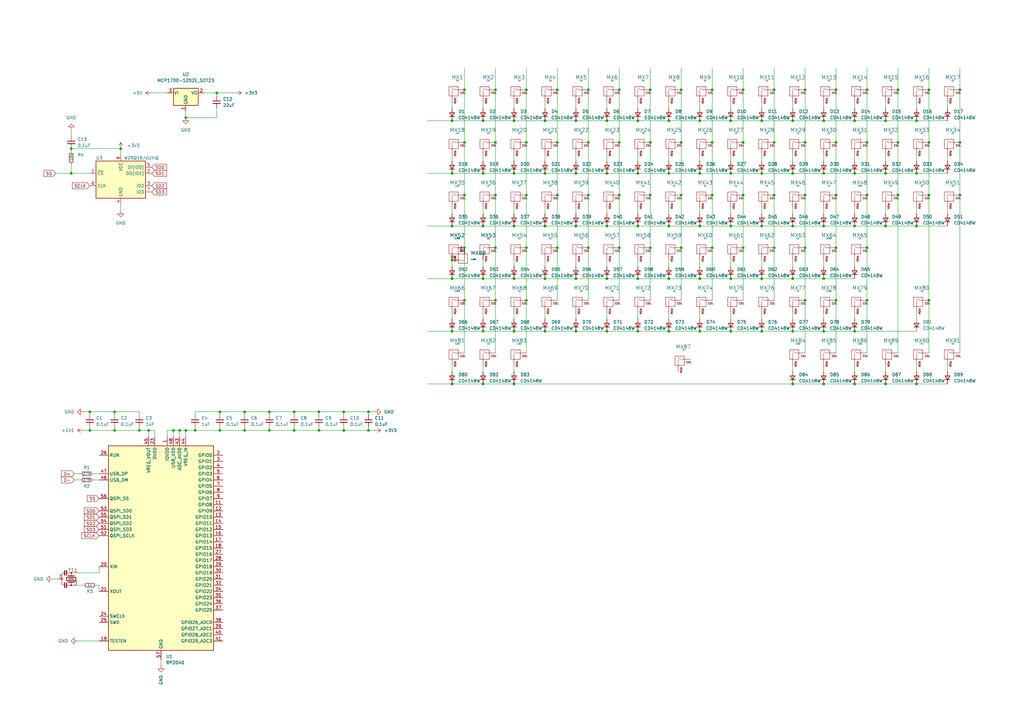
<source format=kicad_sch>
(kicad_sch (version 20211123) (generator eeschema)
  (paper "A3")
  (junction (at 261.62 49.53))
  (junction (at 304.8 80.01))
  (junction (at 210.82 92.71))
  (junction (at 350.52 49.53))
  (junction (at 342.9 58.42))
  (junction (at 363.22 49.53))
  (junction (at 228.6 36.83))
  (junction (at 317.5 36.83))
  (junction (at 279.4 36.83))
  (junction (at 29.21 60.96))
  (junction (at 241.3 80.01))
  (junction (at 57.15 176.53))
  (junction (at 198.12 92.71))
  (junction (at 110.49 168.91))
  (junction (at 210.82 157.48))
  (junction (at 381 36.83))
  (junction (at 279.4 80.01))
  (junction (at 73.66 176.53))
  (junction (at 210.82 49.53))
  (junction (at 274.32 92.71))
  (junction (at 190.5 123.19))
  (junction (at 140.97 168.91))
  (junction (at 355.6 101.6))
  (junction (at 223.52 49.53))
  (junction (at 266.7 58.42))
  (junction (at 254 58.42))
  (junction (at 71.12 176.53))
  (junction (at 236.22 49.53))
  (junction (at 215.9 123.19))
  (junction (at 248.92 71.12))
  (junction (at 299.72 49.53))
  (junction (at 203.2 123.19))
  (junction (at 46.99 168.91))
  (junction (at 120.65 168.91))
  (junction (at 29.21 71.12))
  (junction (at 342.9 80.01))
  (junction (at 49.53 60.96))
  (junction (at 185.42 106.68))
  (junction (at 223.52 114.3))
  (junction (at 350.52 92.71))
  (junction (at 261.62 71.12))
  (junction (at 198.12 135.89))
  (junction (at 190.5 58.42))
  (junction (at 330.2 36.83))
  (junction (at 375.92 92.71))
  (junction (at 381 58.42))
  (junction (at 325.12 71.12))
  (junction (at 36.83 168.91))
  (junction (at 312.42 49.53))
  (junction (at 287.02 49.53))
  (junction (at 90.17 176.53))
  (junction (at 375.92 157.48))
  (junction (at 355.6 80.01))
  (junction (at 266.7 36.83))
  (junction (at 342.9 123.19))
  (junction (at 325.12 49.53))
  (junction (at 80.01 176.53))
  (junction (at 337.82 114.3))
  (junction (at 130.81 176.53))
  (junction (at 393.7 36.83))
  (junction (at 325.12 92.71))
  (junction (at 261.62 135.89))
  (junction (at 355.6 36.83))
  (junction (at 304.8 36.83))
  (junction (at 203.2 58.42))
  (junction (at 304.8 58.42))
  (junction (at 151.13 168.91))
  (junction (at 325.12 157.48))
  (junction (at 350.52 157.48))
  (junction (at 254 36.83))
  (junction (at 274.32 49.53))
  (junction (at 325.12 135.89))
  (junction (at 215.9 58.42))
  (junction (at 100.33 176.53))
  (junction (at 261.62 92.71))
  (junction (at 215.9 36.83))
  (junction (at 198.12 49.53))
  (junction (at 337.82 92.71))
  (junction (at 299.72 92.71))
  (junction (at 363.22 157.48))
  (junction (at 236.22 135.89))
  (junction (at 337.82 157.48))
  (junction (at 241.3 58.42))
  (junction (at 88.9 38.1))
  (junction (at 151.13 176.53))
  (junction (at 381 80.01))
  (junction (at 76.2 176.53))
  (junction (at 287.02 114.3))
  (junction (at 375.92 49.53))
  (junction (at 190.5 101.6))
  (junction (at 228.6 58.42))
  (junction (at 185.42 49.53))
  (junction (at 254 101.6))
  (junction (at 100.33 168.91))
  (junction (at 312.42 71.12))
  (junction (at 236.22 71.12))
  (junction (at 254 80.01))
  (junction (at 350.52 71.12))
  (junction (at 381 123.19))
  (junction (at 292.1 101.6))
  (junction (at 325.12 114.3))
  (junction (at 337.82 135.89))
  (junction (at 215.9 101.6))
  (junction (at 274.32 114.3))
  (junction (at 185.42 71.12))
  (junction (at 236.22 114.3))
  (junction (at 287.02 92.71))
  (junction (at 274.32 135.89))
  (junction (at 261.62 114.3))
  (junction (at 223.52 92.71))
  (junction (at 330.2 80.01))
  (junction (at 330.2 101.6))
  (junction (at 299.72 114.3))
  (junction (at 330.2 123.19))
  (junction (at 312.42 114.3))
  (junction (at 317.5 101.6))
  (junction (at 90.17 168.91))
  (junction (at 330.2 58.42))
  (junction (at 241.3 36.83))
  (junction (at 210.82 114.3))
  (junction (at 203.2 36.83))
  (junction (at 299.72 135.89))
  (junction (at 355.6 123.19))
  (junction (at 190.5 36.83))
  (junction (at 363.22 71.12))
  (junction (at 203.2 80.01))
  (junction (at 292.1 36.83))
  (junction (at 228.6 80.01))
  (junction (at 355.6 58.42))
  (junction (at 279.4 101.6))
  (junction (at 36.83 176.53))
  (junction (at 76.2 48.26))
  (junction (at 312.42 135.89))
  (junction (at 228.6 101.6))
  (junction (at 185.42 114.3))
  (junction (at 337.82 49.53))
  (junction (at 46.99 176.53))
  (junction (at 248.92 114.3))
  (junction (at 342.9 36.83))
  (junction (at 266.7 101.6))
  (junction (at 363.22 92.71))
  (junction (at 279.4 58.42))
  (junction (at 185.42 135.89))
  (junction (at 274.32 71.12))
  (junction (at 140.97 176.53))
  (junction (at 342.9 101.6))
  (junction (at 368.3 80.01))
  (junction (at 299.72 71.12))
  (junction (at 241.3 101.6))
  (junction (at 190.5 80.01))
  (junction (at 210.82 135.89))
  (junction (at 292.1 58.42))
  (junction (at 198.12 157.48))
  (junction (at 304.8 101.6))
  (junction (at 223.52 135.89))
  (junction (at 368.3 36.83))
  (junction (at 215.9 80.01))
  (junction (at 287.02 71.12))
  (junction (at 248.92 135.89))
  (junction (at 317.5 80.01))
  (junction (at 210.82 71.12))
  (junction (at 317.5 58.42))
  (junction (at 248.92 49.53))
  (junction (at 350.52 135.89))
  (junction (at 312.42 92.71))
  (junction (at 198.12 71.12))
  (junction (at 223.52 71.12))
  (junction (at 203.2 101.6))
  (junction (at 375.92 71.12))
  (junction (at 185.42 92.71))
  (junction (at 287.02 135.89))
  (junction (at 60.96 176.53))
  (junction (at 292.1 80.01))
  (junction (at 393.7 80.01))
  (junction (at 236.22 92.71))
  (junction (at 120.65 176.53))
  (junction (at 266.7 80.01))
  (junction (at 393.7 58.42))
  (junction (at 248.92 92.71))
  (junction (at 198.12 114.3))
  (junction (at 110.49 176.53))
  (junction (at 337.82 71.12))
  (junction (at 130.81 168.91))
  (junction (at 368.3 58.42))
  (junction (at 185.42 157.48))
  (wire (pts (xy 381 27.94) (xy 381 36.83)))
  (wire (pts (xy 228.6 101.6) (xy 228.6 123.19)))
  (wire (pts (xy 198.12 85.09) (xy 198.12 87.63)))
  (wire (pts (xy 190.5 36.83) (xy 190.5 58.42)))
  (wire (pts (xy 292.1 80.01) (xy 292.1 101.6)))
  (wire (pts (xy 299.72 128.27) (xy 299.72 130.81)))
  (wire (pts (xy 223.52 135.89) (xy 236.22 135.89)))
  (wire (pts (xy 100.33 168.91) (xy 110.49 168.91)))
  (wire (pts (xy 363.22 49.53) (xy 375.92 49.53)))
  (wire (pts (xy 254 58.42) (xy 254 80.01)))
  (wire (pts (xy 215.9 80.01) (xy 215.9 101.6)))
  (wire (pts (xy 287.02 128.27) (xy 287.02 130.81)))
  (wire (pts (xy 241.3 58.42) (xy 241.3 80.01)))
  (wire (pts (xy 203.2 123.19) (xy 203.2 144.78)))
  (wire (pts (xy 46.99 168.91) (xy 46.99 170.18)))
  (wire (pts (xy 60.96 176.53) (xy 60.96 179.07)))
  (wire (pts (xy 198.12 92.71) (xy 210.82 92.71)))
  (wire (pts (xy 36.83 176.53) (xy 46.99 176.53)))
  (wire (pts (xy 325.12 49.53) (xy 337.82 49.53)))
  (wire (pts (xy 185.42 114.3) (xy 198.12 114.3)))
  (wire (pts (xy 279.4 80.01) (xy 279.4 101.6)))
  (wire (pts (xy 76.2 176.53) (xy 80.01 176.53)))
  (wire (pts (xy 185.42 63.5) (xy 185.42 66.04)))
  (wire (pts (xy 30.48 194.31) (xy 33.02 194.31)))
  (wire (pts (xy 261.62 41.91) (xy 261.62 44.45)))
  (wire (pts (xy 274.32 128.27) (xy 274.32 130.81)))
  (wire (pts (xy 317.5 101.6) (xy 317.5 123.19)))
  (wire (pts (xy 57.15 176.53) (xy 60.96 176.53)))
  (wire (pts (xy 254 36.83) (xy 254 58.42)))
  (wire (pts (xy 236.22 41.91) (xy 236.22 44.45)))
  (wire (pts (xy 274.32 106.68) (xy 274.32 109.22)))
  (wire (pts (xy 317.5 80.01) (xy 317.5 101.6)))
  (wire (pts (xy 299.72 92.71) (xy 312.42 92.71)))
  (wire (pts (xy 292.1 58.42) (xy 292.1 80.01)))
  (wire (pts (xy 140.97 168.91) (xy 140.97 170.18)))
  (wire (pts (xy 175.26 114.3) (xy 185.42 114.3)))
  (wire (pts (xy 350.52 135.89) (xy 375.92 135.89)))
  (wire (pts (xy 299.72 85.09) (xy 299.72 87.63)))
  (wire (pts (xy 330.2 27.94) (xy 330.2 36.83)))
  (wire (pts (xy 248.92 63.5) (xy 248.92 66.04)))
  (wire (pts (xy 140.97 168.91) (xy 151.13 168.91)))
  (wire (pts (xy 363.22 85.09) (xy 363.22 87.63)))
  (wire (pts (xy 40.64 240.03) (xy 40.64 242.57)))
  (wire (pts (xy 304.8 58.42) (xy 304.8 80.01)))
  (wire (pts (xy 304.8 27.94) (xy 304.8 36.83)))
  (wire (pts (xy 312.42 114.3) (xy 325.12 114.3)))
  (wire (pts (xy 337.82 106.68) (xy 337.82 109.22)))
  (wire (pts (xy 90.17 176.53) (xy 100.33 176.53)))
  (wire (pts (xy 210.82 128.27) (xy 210.82 130.81)))
  (wire (pts (xy 49.53 83.82) (xy 49.53 86.36)))
  (wire (pts (xy 241.3 36.83) (xy 241.3 58.42)))
  (wire (pts (xy 375.92 71.12) (xy 388.62 71.12)))
  (wire (pts (xy 325.12 92.71) (xy 337.82 92.71)))
  (wire (pts (xy 350.52 157.48) (xy 363.22 157.48)))
  (wire (pts (xy 185.42 157.48) (xy 198.12 157.48)))
  (wire (pts (xy 175.26 135.89) (xy 185.42 135.89)))
  (wire (pts (xy 215.9 27.94) (xy 215.9 36.83)))
  (wire (pts (xy 337.82 41.91) (xy 337.82 44.45)))
  (wire (pts (xy 330.2 36.83) (xy 330.2 58.42)))
  (wire (pts (xy 248.92 92.71) (xy 261.62 92.71)))
  (wire (pts (xy 175.26 157.48) (xy 185.42 157.48)))
  (wire (pts (xy 261.62 92.71) (xy 274.32 92.71)))
  (wire (pts (xy 325.12 149.86) (xy 325.12 152.4)))
  (wire (pts (xy 337.82 128.27) (xy 337.82 130.81)))
  (wire (pts (xy 325.12 128.27) (xy 325.12 130.81)))
  (wire (pts (xy 90.17 168.91) (xy 100.33 168.91)))
  (wire (pts (xy 223.52 106.68) (xy 223.52 109.22)))
  (wire (pts (xy 261.62 85.09) (xy 261.62 87.63)))
  (wire (pts (xy 363.22 63.5) (xy 363.22 66.04)))
  (wire (pts (xy 236.22 128.27) (xy 236.22 130.81)))
  (wire (pts (xy 388.62 85.09) (xy 388.62 87.63)))
  (wire (pts (xy 279.4 101.6) (xy 279.4 123.19)))
  (wire (pts (xy 22.86 71.12) (xy 29.21 71.12)))
  (wire (pts (xy 287.02 49.53) (xy 299.72 49.53)))
  (wire (pts (xy 350.52 92.71) (xy 363.22 92.71)))
  (wire (pts (xy 325.12 71.12) (xy 337.82 71.12)))
  (wire (pts (xy 363.22 92.71) (xy 375.92 92.71)))
  (wire (pts (xy 49.53 60.96) (xy 29.21 60.96)))
  (wire (pts (xy 185.42 41.91) (xy 185.42 44.45)))
  (wire (pts (xy 368.3 27.94) (xy 368.3 36.83)))
  (wire (pts (xy 381 58.42) (xy 381 80.01)))
  (wire (pts (xy 49.53 60.96) (xy 49.53 63.5)))
  (wire (pts (xy 363.22 149.86) (xy 363.22 152.4)))
  (wire (pts (xy 312.42 63.5) (xy 312.42 66.04)))
  (wire (pts (xy 241.3 27.94) (xy 241.3 36.83)))
  (wire (pts (xy 215.9 36.83) (xy 215.9 58.42)))
  (wire (pts (xy 210.82 135.89) (xy 223.52 135.89)))
  (wire (pts (xy 198.12 135.89) (xy 210.82 135.89)))
  (wire (pts (xy 210.82 71.12) (xy 223.52 71.12)))
  (wire (pts (xy 287.02 63.5) (xy 287.02 66.04)))
  (wire (pts (xy 175.26 71.12) (xy 185.42 71.12)))
  (wire (pts (xy 274.32 135.89) (xy 287.02 135.89)))
  (wire (pts (xy 40.64 232.41) (xy 40.64 234.95)))
  (wire (pts (xy 299.72 106.68) (xy 299.72 109.22)))
  (wire (pts (xy 261.62 71.12) (xy 274.32 71.12)))
  (wire (pts (xy 198.12 106.68) (xy 198.12 109.22)))
  (wire (pts (xy 304.8 101.6) (xy 304.8 123.19)))
  (wire (pts (xy 46.99 168.91) (xy 57.15 168.91)))
  (wire (pts (xy 36.83 175.26) (xy 36.83 176.53)))
  (wire (pts (xy 198.12 114.3) (xy 210.82 114.3)))
  (wire (pts (xy 330.2 58.42) (xy 330.2 80.01)))
  (wire (pts (xy 355.6 58.42) (xy 355.6 80.01)))
  (wire (pts (xy 36.83 170.18) (xy 36.83 168.91)))
  (wire (pts (xy 274.32 85.09) (xy 274.32 87.63)))
  (wire (pts (xy 312.42 71.12) (xy 325.12 71.12)))
  (wire (pts (xy 71.12 176.53) (xy 71.12 179.07)))
  (wire (pts (xy 110.49 176.53) (xy 120.65 176.53)))
  (wire (pts (xy 248.92 135.89) (xy 261.62 135.89)))
  (wire (pts (xy 248.92 71.12) (xy 261.62 71.12)))
  (wire (pts (xy 140.97 176.53) (xy 151.13 176.53)))
  (wire (pts (xy 299.72 63.5) (xy 299.72 66.04)))
  (wire (pts (xy 80.01 170.18) (xy 80.01 168.91)))
  (wire (pts (xy 68.58 176.53) (xy 71.12 176.53)))
  (wire (pts (xy 100.33 176.53) (xy 110.49 176.53)))
  (wire (pts (xy 236.22 49.53) (xy 248.92 49.53)))
  (wire (pts (xy 274.32 63.5) (xy 274.32 66.04)))
  (wire (pts (xy 120.65 168.91) (xy 130.81 168.91)))
  (wire (pts (xy 83.82 38.1) (xy 88.9 38.1)))
  (wire (pts (xy 223.52 128.27) (xy 223.52 130.81)))
  (wire (pts (xy 388.62 149.86) (xy 388.62 152.4)))
  (wire (pts (xy 110.49 170.18) (xy 110.49 168.91)))
  (wire (pts (xy 190.5 58.42) (xy 190.5 80.01)))
  (wire (pts (xy 375.92 128.27) (xy 375.92 130.81)))
  (wire (pts (xy 368.3 36.83) (xy 368.3 58.42)))
  (wire (pts (xy 60.96 176.53) (xy 63.5 176.53)))
  (wire (pts (xy 236.22 71.12) (xy 248.92 71.12)))
  (wire (pts (xy 292.1 101.6) (xy 292.1 123.19)))
  (wire (pts (xy 312.42 106.68) (xy 312.42 109.22)))
  (wire (pts (xy 151.13 168.91) (xy 151.13 170.18)))
  (wire (pts (xy 203.2 80.01) (xy 203.2 101.6)))
  (wire (pts (xy 355.6 123.19) (xy 355.6 144.78)))
  (wire (pts (xy 393.7 80.01) (xy 393.7 144.78)))
  (wire (pts (xy 342.9 123.19) (xy 342.9 144.78)))
  (wire (pts (xy 254 80.01) (xy 254 101.6)))
  (wire (pts (xy 100.33 175.26) (xy 100.33 176.53)))
  (wire (pts (xy 287.02 106.68) (xy 287.02 109.22)))
  (wire (pts (xy 62.23 38.1) (xy 68.58 38.1)))
  (wire (pts (xy 80.01 175.26) (xy 80.01 176.53)))
  (wire (pts (xy 31.75 262.89) (xy 40.64 262.89)))
  (wire (pts (xy 175.26 49.53) (xy 185.42 49.53)))
  (wire (pts (xy 261.62 63.5) (xy 261.62 66.04)))
  (wire (pts (xy 228.6 80.01) (xy 228.6 101.6)))
  (wire (pts (xy 375.92 157.48) (xy 388.62 157.48)))
  (wire (pts (xy 46.99 176.53) (xy 57.15 176.53)))
  (wire (pts (xy 88.9 48.26) (xy 76.2 48.26)))
  (wire (pts (xy 393.7 58.42) (xy 393.7 80.01)))
  (wire (pts (xy 223.52 63.5) (xy 223.52 66.04)))
  (wire (pts (xy 292.1 27.94) (xy 292.1 36.83)))
  (wire (pts (xy 266.7 58.42) (xy 266.7 80.01)))
  (wire (pts (xy 279.4 36.83) (xy 279.4 58.42)))
  (wire (pts (xy 299.72 49.53) (xy 312.42 49.53)))
  (wire (pts (xy 355.6 101.6) (xy 355.6 123.19)))
  (wire (pts (xy 210.82 41.91) (xy 210.82 44.45)))
  (wire (pts (xy 350.52 63.5) (xy 350.52 66.04)))
  (wire (pts (xy 68.58 179.07) (xy 68.58 176.53)))
  (wire (pts (xy 342.9 80.01) (xy 342.9 101.6)))
  (wire (pts (xy 241.3 101.6) (xy 241.3 123.19)))
  (wire (pts (xy 312.42 85.09) (xy 312.42 87.63)))
  (wire (pts (xy 375.92 41.91) (xy 375.92 44.45)))
  (wire (pts (xy 63.5 179.07) (xy 63.5 176.53)))
  (wire (pts (xy 130.81 168.91) (xy 130.81 170.18)))
  (wire (pts (xy 337.82 114.3) (xy 350.52 114.3)))
  (wire (pts (xy 66.04 270.51) (xy 66.04 273.05)))
  (wire (pts (xy 325.12 63.5) (xy 325.12 66.04)))
  (wire (pts (xy 236.22 92.71) (xy 248.92 92.71)))
  (wire (pts (xy 80.01 176.53) (xy 90.17 176.53)))
  (wire (pts (xy 151.13 175.26) (xy 151.13 176.53)))
  (wire (pts (xy 299.72 71.12) (xy 312.42 71.12)))
  (wire (pts (xy 287.02 92.71) (xy 299.72 92.71)))
  (wire (pts (xy 203.2 36.83) (xy 203.2 58.42)))
  (wire (pts (xy 31.75 240.03) (xy 34.29 240.03)))
  (wire (pts (xy 337.82 63.5) (xy 337.82 66.04)))
  (wire (pts (xy 130.81 176.53) (xy 140.97 176.53)))
  (wire (pts (xy 38.1 194.31) (xy 40.64 194.31)))
  (wire (pts (xy 350.52 49.53) (xy 363.22 49.53)))
  (wire (pts (xy 223.52 85.09) (xy 223.52 87.63)))
  (wire (pts (xy 228.6 27.94) (xy 228.6 36.83)))
  (wire (pts (xy 185.42 49.53) (xy 198.12 49.53)))
  (wire (pts (xy 363.22 41.91) (xy 363.22 44.45)))
  (wire (pts (xy 29.21 67.31) (xy 29.21 71.12)))
  (wire (pts (xy 330.2 123.19) (xy 330.2 144.78)))
  (wire (pts (xy 287.02 114.3) (xy 299.72 114.3)))
  (wire (pts (xy 254 101.6) (xy 254 123.19)))
  (wire (pts (xy 210.82 114.3) (xy 223.52 114.3)))
  (wire (pts (xy 76.2 48.26) (xy 76.2 45.72)))
  (wire (pts (xy 215.9 123.19) (xy 215.9 144.78)))
  (wire (pts (xy 368.3 58.42) (xy 368.3 80.01)))
  (wire (pts (xy 350.52 41.91) (xy 350.52 44.45)))
  (wire (pts (xy 248.92 41.91) (xy 248.92 44.45)))
  (wire (pts (xy 80.01 168.91) (xy 90.17 168.91)))
  (wire (pts (xy 151.13 168.91) (xy 153.67 168.91)))
  (wire (pts (xy 120.65 176.53) (xy 130.81 176.53)))
  (wire (pts (xy 325.12 106.68) (xy 325.12 109.22)))
  (wire (pts (xy 210.82 63.5) (xy 210.82 66.04)))
  (wire (pts (xy 29.21 53.34) (xy 29.21 55.88)))
  (wire (pts (xy 381 80.01) (xy 381 123.19)))
  (wire (pts (xy 337.82 85.09) (xy 337.82 87.63)))
  (wire (pts (xy 325.12 114.3) (xy 337.82 114.3)))
  (wire (pts (xy 31.75 234.95) (xy 40.64 234.95)))
  (wire (pts (xy 337.82 92.71) (xy 350.52 92.71)))
  (wire (pts (xy 287.02 71.12) (xy 299.72 71.12)))
  (wire (pts (xy 325.12 135.89) (xy 337.82 135.89)))
  (wire (pts (xy 110.49 168.91) (xy 120.65 168.91)))
  (wire (pts (xy 337.82 157.48) (xy 350.52 157.48)))
  (wire (pts (xy 342.9 58.42) (xy 342.9 80.01)))
  (wire (pts (xy 299.72 41.91) (xy 299.72 44.45)))
  (wire (pts (xy 57.15 168.91) (xy 57.15 170.18)))
  (wire (pts (xy 210.82 49.53) (xy 223.52 49.53)))
  (wire (pts (xy 274.32 49.53) (xy 287.02 49.53)))
  (wire (pts (xy 279.4 27.94) (xy 279.4 36.83)))
  (wire (pts (xy 393.7 27.94) (xy 393.7 36.83)))
  (wire (pts (xy 185.42 71.12) (xy 198.12 71.12)))
  (wire (pts (xy 241.3 80.01) (xy 241.3 101.6)))
  (wire (pts (xy 223.52 114.3) (xy 236.22 114.3)))
  (wire (pts (xy 261.62 106.68) (xy 261.62 109.22)))
  (wire (pts (xy 337.82 135.89) (xy 350.52 135.89)))
  (wire (pts (xy 261.62 49.53) (xy 274.32 49.53)))
  (wire (pts (xy 198.12 63.5) (xy 198.12 66.04)))
  (wire (pts (xy 254 27.94) (xy 254 36.83)))
  (wire (pts (xy 29.21 71.12) (xy 36.83 71.12)))
  (wire (pts (xy 228.6 58.42) (xy 228.6 80.01)))
  (wire (pts (xy 266.7 101.6) (xy 266.7 123.19)))
  (wire (pts (xy 248.92 106.68) (xy 248.92 109.22)))
  (wire (pts (xy 185.42 106.68) (xy 185.42 109.22)))
  (wire (pts (xy 185.42 85.09) (xy 185.42 87.63)))
  (wire (pts (xy 120.65 168.91) (xy 120.65 170.18)))
  (wire (pts (xy 393.7 36.83) (xy 393.7 58.42)))
  (wire (pts (xy 292.1 36.83) (xy 292.1 58.42)))
  (wire (pts (xy 88.9 38.1) (xy 96.52 38.1)))
  (wire (pts (xy 215.9 58.42) (xy 215.9 80.01)))
  (wire (pts (xy 337.82 49.53) (xy 350.52 49.53)))
  (wire (pts (xy 36.83 168.91) (xy 34.29 168.91)))
  (wire (pts (xy 325.12 157.48) (xy 337.82 157.48)))
  (wire (pts (xy 228.6 36.83) (xy 228.6 58.42)))
  (wire (pts (xy 274.32 71.12) (xy 287.02 71.12)))
  (wire (pts (xy 46.99 175.26) (xy 46.99 176.53)))
  (wire (pts (xy 185.42 92.71) (xy 198.12 92.71)))
  (wire (pts (xy 38.1 196.85) (xy 40.64 196.85)))
  (wire (pts (xy 236.22 106.68) (xy 236.22 109.22)))
  (wire (pts (xy 223.52 92.71) (xy 236.22 92.71)))
  (wire (pts (xy 198.12 149.86) (xy 198.12 152.4)))
  (wire (pts (xy 266.7 36.83) (xy 266.7 58.42)))
  (wire (pts (xy 261.62 114.3) (xy 274.32 114.3)))
  (wire (pts (xy 325.12 85.09) (xy 325.12 87.63)))
  (wire (pts (xy 140.97 175.26) (xy 140.97 176.53)))
  (wire (pts (xy 350.52 71.12) (xy 363.22 71.12)))
  (wire (pts (xy 210.82 157.48) (xy 325.12 157.48)))
  (wire (pts (xy 299.72 135.89) (xy 312.42 135.89)))
  (wire (pts (xy 203.2 27.94) (xy 203.2 36.83)))
  (wire (pts (xy 210.82 85.09) (xy 210.82 87.63)))
  (wire (pts (xy 120.65 175.26) (xy 120.65 176.53)))
  (wire (pts (xy 90.17 175.26) (xy 90.17 176.53)))
  (wire (pts (xy 312.42 49.53) (xy 325.12 49.53)))
  (wire (pts (xy 36.83 168.91) (xy 46.99 168.91)))
  (wire (pts (xy 190.5 101.6) (xy 190.5 123.19)))
  (wire (pts (xy 198.12 157.48) (xy 210.82 157.48)))
  (wire (pts (xy 223.52 49.53) (xy 236.22 49.53)))
  (wire (pts (xy 36.83 176.53) (xy 34.29 176.53)))
  (wire (pts (xy 330.2 101.6) (xy 330.2 123.19)))
  (wire (pts (xy 274.32 114.3) (xy 287.02 114.3)))
  (wire (pts (xy 236.22 114.3) (xy 248.92 114.3)))
  (wire (pts (xy 185.42 128.27) (xy 185.42 130.81)))
  (wire (pts (xy 287.02 135.89) (xy 299.72 135.89)))
  (wire (pts (xy 381 36.83) (xy 381 58.42)))
  (wire (pts (xy 29.21 60.96) (xy 29.21 62.23)))
  (wire (pts (xy 375.92 92.71) (xy 388.62 92.71)))
  (wire (pts (xy 342.9 101.6) (xy 342.9 123.19)))
  (wire (pts (xy 375.92 149.86) (xy 375.92 152.4)))
  (wire (pts (xy 190.5 80.01) (xy 190.5 101.6)))
  (wire (pts (xy 375.92 85.09) (xy 375.92 87.63)))
  (wire (pts (xy 73.66 176.53) (xy 73.66 179.07)))
  (wire (pts (xy 248.92 128.27) (xy 248.92 130.81)))
  (wire (pts (xy 110.49 175.26) (xy 110.49 176.53)))
  (wire (pts (xy 317.5 58.42) (xy 317.5 80.01)))
  (wire (pts (xy 100.33 168.91) (xy 100.33 170.18)))
  (wire (pts (xy 190.5 123.19) (xy 190.5 144.78)))
  (wire (pts (xy 236.22 85.09) (xy 236.22 87.63)))
  (wire (pts (xy 88.9 38.1) (xy 88.9 39.37)))
  (wire (pts (xy 185.42 149.86) (xy 185.42 152.4)))
  (wire (pts (xy 274.32 41.91) (xy 274.32 44.45)))
  (wire (pts (xy 24.13 237.49) (xy 21.59 237.49)))
  (wire (pts (xy 274.32 92.71) (xy 287.02 92.71)))
  (wire (pts (xy 130.81 175.26) (xy 130.81 176.53)))
  (wire (pts (xy 287.02 85.09) (xy 287.02 87.63)))
  (wire (pts (xy 76.2 176.53) (xy 76.2 179.07)))
  (wire (pts (xy 198.12 41.91) (xy 198.12 44.45)))
  (wire (pts (xy 203.2 101.6) (xy 203.2 123.19)))
  (wire (pts (xy 198.12 128.27) (xy 198.12 130.81)))
  (wire (pts (xy 236.22 135.89) (xy 248.92 135.89)))
  (wire (pts (xy 312.42 92.71) (xy 325.12 92.71)))
  (wire (pts (xy 73.66 176.53) (xy 76.2 176.53)))
  (wire (pts (xy 368.3 80.01) (xy 368.3 144.78)))
  (wire (pts (xy 312.42 135.89) (xy 325.12 135.89)))
  (wire (pts (xy 355.6 80.01) (xy 355.6 101.6)))
  (wire (pts (xy 388.62 41.91) (xy 388.62 44.45)))
  (wire (pts (xy 90.17 170.18) (xy 90.17 168.91)))
  (wire (pts (xy 248.92 114.3) (xy 261.62 114.3)))
  (wire (pts (xy 381 123.19) (xy 381 144.78)))
  (wire (pts (xy 279.4 58.42) (xy 279.4 80.01)))
  (wire (pts (xy 223.52 71.12) (xy 236.22 71.12)))
  (wire (pts (xy 88.9 44.45) (xy 88.9 48.26)))
  (wire (pts (xy 248.92 49.53) (xy 261.62 49.53)))
  (wire (pts (xy 325.12 41.91) (xy 325.12 44.45)))
  (wire (pts (xy 350.52 128.27) (xy 350.52 130.81)))
  (wire (pts (xy 223.52 41.91) (xy 223.52 44.45)))
  (wire (pts (xy 317.5 27.94) (xy 317.5 36.83)))
  (wire (pts (xy 304.8 80.01) (xy 304.8 101.6)))
  (wire (pts (xy 261.62 128.27) (xy 261.62 130.81)))
  (wire (pts (xy 30.48 196.85) (xy 33.02 196.85)))
  (wire (pts (xy 185.42 135.89) (xy 198.12 135.89)))
  (wire (pts (xy 350.52 106.68) (xy 350.52 109.22)))
  (wire (pts (xy 350.52 85.09) (xy 350.52 87.63)))
  (wire (pts (xy 375.92 63.5) (xy 375.92 66.04)))
  (wire (pts (xy 203.2 58.42) (xy 203.2 80.01)))
  (wire (pts (xy 151.13 176.53) (xy 153.67 176.53)))
  (wire (pts (xy 287.02 41.91) (xy 287.02 44.45)))
  (wire (pts (xy 175.26 92.71) (xy 185.42 92.71)))
  (wire (pts (xy 337.82 71.12) (xy 350.52 71.12)))
  (wire (pts (xy 317.5 36.83) (xy 317.5 58.42)))
  (wire (pts (xy 39.37 240.03) (xy 40.64 240.03)))
  (wire (pts (xy 388.62 63.5) (xy 388.62 66.04)))
  (wire (pts (xy 198.12 71.12) (xy 210.82 71.12)))
  (wire (pts (xy 71.12 176.53) (xy 73.66 176.53)))
  (wire (pts (xy 330.2 80.01) (xy 330.2 101.6)))
  (wire (pts (xy 190.5 27.94) (xy 190.5 36.83)))
  (wire (pts (xy 312.42 128.27) (xy 312.42 130.81)))
  (wire (pts (xy 363.22 71.12) (xy 375.92 71.12)))
  (wire (pts (xy 350.52 149.86) (xy 350.52 152.4)))
  (wire (pts (xy 299.72 114.3) (xy 312.42 114.3)))
  (wire (pts (xy 198.12 49.53) (xy 210.82 49.53)))
  (wire (pts (xy 248.92 85.09) (xy 248.92 87.63)))
  (wire (pts (xy 210.82 149.86) (xy 210.82 152.4)))
  (wire (pts (xy 261.62 135.89) (xy 274.32 135.89)))
  (wire (pts (xy 312.42 41.91) (xy 312.42 44.45)))
  (wire (pts (xy 304.8 36.83) (xy 304.8 58.42)))
  (wire (pts (xy 130.81 168.91) (xy 140.97 168.91)))
  (wire (pts (xy 236.22 63.5) (xy 236.22 66.04)))
  (wire (pts (xy 337.82 149.86) (xy 337.82 152.4)))
  (wire (pts (xy 210.82 92.71) (xy 223.52 92.71)))
  (wire (pts (xy 210.82 106.68) (xy 210.82 109.22)))
  (wire (pts (xy 363.22 157.48) (xy 375.92 157.48)))
  (wire (pts (xy 375.92 49.53) (xy 388.62 49.53)))
  (wire (pts (xy 266.7 80.01) (xy 266.7 101.6)))
  (wire (pts (xy 215.9 101.6) (xy 215.9 123.19)))
  (wire (pts (xy 342.9 27.94) (xy 342.9 36.83)))
  (wire (pts (xy 355.6 27.94) (xy 355.6 36.83)))
  (wire (pts (xy 355.6 36.83) (xy 355.6 58.42)))
  (wire (pts (xy 266.7 27.94) (xy 266.7 36.83)))
  (wire (pts (xy 342.9 36.83) (xy 342.9 58.42)))
  (wire (pts (xy 57.15 175.26) (xy 57.15 176.53)))
  (global_label "SCLK" (shape input) (at 36.83 76.2 180) (property "Intersheet References" "${INTERSHEET_REFS}" (effects hide)))
  (global_label "SD0" (shape input) (at 62.23 68.58 0) (property "Intersheet References" "${INTERSHEET_REFS}" (effects hide)))
  (global_label "SD1" (shape input) (at 62.23 71.12 0) (property "Intersheet References" "${INTERSHEET_REFS}" (effects hide)))
  (global_label "SD3" (shape input) (at 62.23 78.74 0) (property "Intersheet References" "${INTERSHEET_REFS}" (effects hide)))
  (global_label "SD2" (shape input) (at 62.23 76.2 0) (property "Intersheet References" "${INTERSHEET_REFS}" (effects hide)))
  (global_label "SD1" (shape input) (at 40.64 212.09 180) (property "Intersheet References" "${INTERSHEET_REFS}" (effects hide)))
  (global_label "D+" (shape input) (at 30.48 194.31 180) (property "Intersheet References" "${INTERSHEET_REFS}" (effects hide)))
  (global_label "SCLK" (shape input) (at 40.64 219.71 180) (property "Intersheet References" "${INTERSHEET_REFS}" (effects hide)))
  (global_label "SS" (shape input) (at 40.64 204.47 180) (property "Intersheet References" "${INTERSHEET_REFS}" (effects hide)))
  (global_label "SD0" (shape input) (at 40.64 209.55 180) (property "Intersheet References" "${INTERSHEET_REFS}" (effects hide)))
  (global_label "SD2" (shape input) (at 40.64 214.63 180) (property "Intersheet References" "${INTERSHEET_REFS}" (effects hide)))
  (global_label "D-" (shape input) (at 30.48 196.85 180) (property "Intersheet References" "${INTERSHEET_REFS}" (effects hide)))
  (global_label "SD3" (shape input) (at 40.64 217.17 180) (property "Intersheet References" "${INTERSHEET_REFS}" (effects hide)))
  (global_label "SS" (shape input) (at 22.86 71.12 180) (property "Intersheet References" "${INTERSHEET_REFS}" (effects hide)))
  (symbol (lib_id "Device:D_Small") (at 325.12 90.17 90) (unit 1)
    (property "Reference" "D46" (at 327.66 88.8999 90) (effects (justify right)))
    (property "Value" "CD4148W" (at 327.66 91.4399 90) (effects (justify right)))
    (property "Footprint" "sanproject-keyboard-part-v6:DIODE_1206_SawnsProjects" (effects hide))
  )
  (symbol (lib_id "Device:Resonator_Small") (at 29.21 237.49 270) (unit 1)
    (property "Reference" "Y1" (at 29.21 233.68 90))
    (property "Value" "12MHz" (at 29.21 237.49 90) (effects (font (size 0.5 0.5))))
    (property "Footprint" "Crystal:Resonator_SMD_Murata_CSTxExxV-3Pin_3.0x1.1mm" (effects hide))
  )
  (symbol (lib_id "Device:D_Small") (at 325.12 133.35 90) (unit 1)
    (property "Reference" "D77" (at 327.66 132.0799 90) (effects (justify right)))
    (property "Value" "CD4148W" (at 327.66 134.6199 90) (effects (justify right)))
    (property "Footprint" "sanproject-keyboard-part-v6:DIODE_1206_SawnsProjects" (effects hide))
  )
  (symbol (lib_id "Device:D_Small") (at 325.12 68.58 90) (unit 1)
    (property "Reference" "D29" (at 327.66 67.3099 90) (effects (justify right)))
    (property "Value" "CD4148W" (at 327.66 69.8499 90) (effects (justify right)))
    (property "Footprint" "sanproject-keyboard-part-v6:DIODE_1206_SawnsProjects" (effects hide))
  )
  (symbol (lib_id "Device:D_Small") (at 261.62 133.35 90) (unit 1)
    (property "Reference" "D72" (at 264.16 132.0799 90) (effects (justify right)))
    (property "Value" "CD4148W" (at 264.16 134.6199 90) (effects (justify right)))
    (property "Footprint" "sanproject-keyboard-part-v6:DIODE_1206_SawnsProjects" (effects hide))
  )
  (symbol (lib_id "Device:D_Small") (at 337.82 111.76 90) (unit 1)
    (property "Reference" "D64" (at 340.36 110.4899 90) (effects (justify right)))
    (property "Value" "CD4148W" (at 340.36 113.0299 90) (effects (justify right)))
    (property "Footprint" "sanproject-keyboard-part-v6:DIODE_1206_SawnsProjects" (effects hide))
  )
  (symbol (lib_id "Device:D_Small") (at 312.42 133.35 90) (unit 1)
    (property "Reference" "D76" (at 314.96 132.0799 90) (effects (justify right)))
    (property "Value" "CD4148W" (at 314.96 134.6199 90) (effects (justify right)))
    (property "Footprint" "sanproject-keyboard-part-v6:DIODE_1206_SawnsProjects" (effects hide))
  )
  (symbol (lib_id "Regulator_Linear:MCP1700-1202E_SOT23") (at 76.2 38.1 0) (unit 1)
    (property "Reference" "U2" (at 76.2 30.48 0))
    (property "Value" "MCP1700-1202E_SOT23" (at 76.2 33.02 0))
    (property "Footprint" "Package_TO_SOT_SMD:SOT-23" (effects hide))
    (property "Datasheet" "http://ww1.microchip.com/downloads/en/DeviceDoc/20001826D.pdf" (effects hide))
  )
  (symbol (lib_id "Device:D_Small") (at 198.12 154.94 90) (unit 1)
    (property "Reference" "D82" (at 200.66 153.6699 90) (effects (justify right)))
    (property "Value" "CD4148W" (at 200.66 156.2099 90) (effects (justify right)))
    (property "Footprint" "sanproject-keyboard-part-v6:DIODE_1206_SawnsProjects" (effects hide))
  )
  (symbol (lib_id "random-keyboard-parts:MX-NoLED-MX_Alps_Hybrid") (at 279.4 148.59 0) (unit 1)
    (property "Reference" "MX87" (at 280.2856 142.24 0) (effects (font (size 1.524 1.524))))
    (property "Value" "7U" (at 280.2856 143.51 0) (effects (font (size 0.508 0.508))))
    (property "Footprint" "MX_Solder_SawnsProjects_AntiShear:MXOnly-7U-NoLED" (effects hide))
  )
  (symbol (lib_id "random-keyboard-parts:MX-NoLED-MX_Alps_Hybrid") (at 224.79 124.46 0) (unit 1)
    (property "Reference" "MX69" (at 225.6756 118.11 0) (effects (font (size 1.524 1.524))))
    (property "Value" "1U" (at 225.6756 119.38 0) (effects (font (size 0.508 0.508))))
    (property "Footprint" "MX_Solder_SawnsProjects_AntiShear:MXOnly-1U-NoLED" (effects hide))
  )
  (symbol (lib_id "random-keyboard-parts:MX-NoLED-MX_Alps_Hybrid") (at 262.89 81.28 0) (unit 1)
    (property "Reference" "MX41" (at 263.7756 74.93 0) (effects (font (size 1.524 1.524))))
    (property "Value" "1U" (at 263.7756 76.2 0) (effects (font (size 0.508 0.508))))
    (property "Footprint" "MX_Solder_SawnsProjects_AntiShear:MXOnly-1U-NoLED" (effects hide))
  )
  (symbol (lib_id "random-keyboard-parts:MX-NoLED-MX_Alps_Hybrid") (at 288.29 124.46 0) (unit 1)
    (property "Reference" "MX74" (at 289.1756 118.11 0) (effects (font (size 1.524 1.524))))
    (property "Value" "1U" (at 289.1756 119.38 0) (effects (font (size 0.508 0.508))))
    (property "Footprint" "MX_Solder_SawnsProjects_AntiShear:MXOnly-1U-NoLED" (effects hide))
  )
  (symbol (lib_id "Device:R_Small") (at 35.56 194.31 90) (unit 1)
    (property "Reference" "R1" (at 35.56 191.77 90))
    (property "Value" "27R" (at 35.56 194.31 90) (effects (font (size 1 1))))
    (property "Footprint" "Resistor_SMD:R_0402_1005Metric" (effects hide))
  )
  (symbol (lib_id "random-keyboard-parts:MX-NoLED-MX_Alps_Hybrid") (at 389.89 59.69 0) (unit 1)
    (property "Reference" "MX34" (at 390.7756 53.34 0) (effects (font (size 1.524 1.524))))
    (property "Value" "1U" (at 390.7756 54.61 0) (effects (font (size 0.508 0.508))))
    (property "Footprint" "MX_Solder_SawnsProjects_AntiShear:MXOnly-1U-NoLED" (effects hide))
  )
  (symbol (lib_id "Device:D_Small") (at 210.82 90.17 90) (unit 1)
    (property "Reference" "D37" (at 213.36 88.8999 90) (effects (justify right)))
    (property "Value" "CD4148W" (at 213.36 91.4399 90) (effects (justify right)))
    (property "Footprint" "sanproject-keyboard-part-v6:DIODE_1206_SawnsProjects" (effects hide))
  )
  (symbol (lib_id "random-keyboard-parts:MX-NoLED-MX_Alps_Hybrid") (at 288.29 102.87 0) (unit 1)
    (property "Reference" "MX60" (at 289.1756 96.52 0) (effects (font (size 1.524 1.524))))
    (property "Value" "1U" (at 289.1756 97.79 0) (effects (font (size 0.508 0.508))))
    (property "Footprint" "MX_Solder_SawnsProjects_AntiShear:MXOnly-1U-NoLED" (effects hide))
  )
  (symbol (lib_id "random-keyboard-parts:MX-NoLED-MX_Alps_Hybrid") (at 364.49 59.69 0) (unit 1)
    (property "Reference" "MX32" (at 365.3756 53.34 0) (effects (font (size 1.524 1.524))))
    (property "Value" "1U" (at 365.3756 54.61 0) (effects (font (size 0.508 0.508))))
    (property "Footprint" "MX_Solder_SawnsProjects_AntiShear:MXOnly-1U-NoLED" (effects hide))
  )
  (symbol (lib_id "Device:D_Small") (at 375.92 68.58 90) (unit 1)
    (property "Reference" "D33" (at 378.46 67.3099 90) (effects (justify right)))
    (property "Value" "CD4148W" (at 378.46 69.8499 90) (effects (justify right)))
    (property "Footprint" "sanproject-keyboard-part-v6:DIODE_1206_SawnsProjects" (effects hide))
  )
  (symbol (lib_id "Device:D_Small") (at 223.52 68.58 90) (unit 1)
    (property "Reference" "D21" (at 226.06 67.3099 90) (effects (justify right)))
    (property "Value" "CD4148W" (at 226.06 69.8499 90) (effects (justify right)))
    (property "Footprint" "sanproject-keyboard-part-v6:DIODE_1206_SawnsProjects" (effects hide))
  )
  (symbol (lib_id "Device:D_Small") (at 236.22 90.17 90) (unit 1)
    (property "Reference" "D39" (at 238.76 88.8999 90) (effects (justify right)))
    (property "Value" "CD4148W" (at 238.76 91.4399 90) (effects (justify right)))
    (property "Footprint" "sanproject-keyboard-part-v6:DIODE_1206_SawnsProjects" (effects hide))
  )
  (symbol (lib_id "power:+1V1") (at 34.29 176.53 90) (unit 1)
    (property "Reference" "#PWR0105" (effects hide))
    (property "Value" "+1V1" (at 30.48 176.5299 90) (effects (justify left)))
  )
  (symbol (lib_id "power:GND") (at 29.21 53.34 180) (unit 1)
    (property "Reference" "#PWR0113" (effects hide))
    (property "Value" "GND" (at 29.21 48.26 0))
  )
  (symbol (lib_id "random-keyboard-parts:MX-NoLED-MX_Alps_Hybrid") (at 351.79 59.69 0) (unit 1)
    (property "Reference" "MX31" (at 352.6756 53.34 0) (effects (font (size 1.524 1.524))))
    (property "Value" "1U" (at 352.6756 54.61 0) (effects (font (size 0.508 0.508))))
    (property "Footprint" "MX_Solder_SawnsProjects_AntiShear:MXOnly-1U-NoLED" (effects hide))
  )
  (symbol (lib_id "Device:D_Small") (at 350.52 154.94 90) (unit 1)
    (property "Reference" "D86" (at 353.06 153.6699 90) (effects (justify right)))
    (property "Value" "CD4148W" (at 353.06 156.2099 90) (effects (justify right)))
    (property "Footprint" "sanproject-keyboard-part-v6:DIODE_1206_SawnsProjects" (effects hide))
  )
  (symbol (lib_id "random-keyboard-parts:MX-NoLED-MX_Alps_Hybrid") (at 313.69 38.1 0) (unit 1)
    (property "Reference" "MX11" (at 314.5756 31.75 0) (effects (font (size 1.524 1.524))))
    (property "Value" "1U" (at 314.5756 33.02 0) (effects (font (size 0.508 0.508))))
    (property "Footprint" "MX_Solder_SawnsProjects_AntiShear:MXOnly-1U-NoLED" (effects hide))
  )
  (symbol (lib_id "Device:D_Small") (at 363.22 90.17 90) (unit 1)
    (property "Reference" "D49" (at 365.76 88.8999 90) (effects (justify right)))
    (property "Value" "CD4148W" (at 365.76 91.4399 90) (effects (justify right)))
    (property "Footprint" "sanproject-keyboard-part-v6:DIODE_1206_SawnsProjects" (effects hide))
  )
  (symbol (lib_id "Device:D_Small") (at 185.42 68.58 90) (unit 1)
    (property "Reference" "D18" (at 187.96 67.3099 90) (effects (justify right)))
    (property "Value" "CD4148W" (at 187.96 69.8499 90) (effects (justify right)))
    (property "Footprint" "sanproject-keyboard-part-v6:DIODE_1206_SawnsProjects" (effects hide))
  )
  (symbol (lib_id "Device:D_Small") (at 337.82 46.99 90) (unit 1)
    (property "Reference" "D13" (at 340.36 45.7199 90) (effects (justify right)))
    (property "Value" "CD4148W" (at 340.36 48.2599 90) (effects (justify right)))
    (property "Footprint" "sanproject-keyboard-part-v6:DIODE_1206_SawnsProjects" (effects hide))
  )
  (symbol (lib_id "random-keyboard-parts:MX-NoLED-MX_Alps_Hybrid") (at 326.39 102.87 0) (unit 1)
    (property "Reference" "MX63" (at 327.2756 96.52 0) (effects (font (size 1.524 1.524))))
    (property "Value" "1U" (at 327.2756 97.79 0) (effects (font (size 0.508 0.508))))
    (property "Footprint" "MX_Solder_SawnsProjects_AntiShear:MXOnly-1U-NoLED" (effects hide))
  )
  (symbol (lib_id "random-keyboard-parts:MX-NoLED-MX_Alps_Hybrid") (at 351.79 146.05 0) (unit 1)
    (property "Reference" "MX86" (at 352.6756 139.7 0) (effects (font (size 1.524 1.524))))
    (property "Value" "1.5U" (at 352.6756 140.97 0) (effects (font (size 0.508 0.508))))
    (property "Footprint" "MX_Solder_SawnsProjects_AntiShear:MXOnly-1.5U-NoLED" (effects hide))
  )
  (symbol (lib_id "random-keyboard-parts:MX-NoLED-MX_Alps_Hybrid") (at 262.89 124.46 0) (unit 1)
    (property "Reference" "MX72" (at 263.7756 118.11 0) (effects (font (size 1.524 1.524))))
    (property "Value" "1U" (at 263.7756 119.38 0) (effects (font (size 0.508 0.508))))
    (property "Footprint" "MX_Solder_SawnsProjects_AntiShear:MXOnly-1U-NoLED" (effects hide))
  )
  (symbol (lib_id "Device:D_Small") (at 388.62 90.17 90) (unit 1)
    (property "Reference" "D51" (at 391.16 88.8999 90) (effects (justify right)))
    (property "Value" "CD4148W" (at 391.16 91.4399 90) (effects (justify right)))
    (property "Footprint" "sanproject-keyboard-part-v6:DIODE_1206_SawnsProjects" (effects hide))
  )
  (symbol (lib_id "random-keyboard-parts:MX-NoLED-MX_Alps_Hybrid") (at 186.69 59.69 0) (unit 1)
    (property "Reference" "MX18" (at 187.5756 53.34 0) (effects (font (size 1.524 1.524))))
    (property "Value" "1U" (at 187.5756 54.61 0) (effects (font (size 0.508 0.508))))
    (property "Footprint" "MX_Solder_SawnsProjects_AntiShear:MXOnly-1U-NoLED" (effects hide))
  )
  (symbol (lib_id "Device:C_Small") (at 130.81 172.72 0) (unit 1)
    (property "Reference" "C9" (at 133.35 171.4562 0) (effects (justify left)))
    (property "Value" "0.1uF" (at 133.35 173.9962 0) (effects (justify left)))
    (property "Footprint" "Capacitor_SMD:C_0402_1005Metric" (effects hide))
  )
  (symbol (lib_id "power:GND") (at 21.59 237.49 270) (unit 1)
    (property "Reference" "#PWR0110" (effects hide))
    (property "Value" "GND" (at 17.78 237.4901 90) (effects (justify right)))
  )
  (symbol (lib_id "Device:D_Small") (at 312.42 90.17 90) (unit 1)
    (property "Reference" "D45" (at 314.96 88.8999 90) (effects (justify right)))
    (property "Value" "CD4148W" (at 314.96 91.4399 90) (effects (justify right)))
    (property "Footprint" "sanproject-keyboard-part-v6:DIODE_1206_SawnsProjects" (effects hide))
  )
  (symbol (lib_id "Device:D_Small") (at 312.42 68.58 90) (unit 1)
    (property "Reference" "D28" (at 314.96 67.3099 90) (effects (justify right)))
    (property "Value" "CD4148W" (at 314.96 69.8499 90) (effects (justify right)))
    (property "Footprint" "sanproject-keyboard-part-v6:DIODE_1206_SawnsProjects" (effects hide))
  )
  (symbol (lib_id "random-keyboard-parts:MX-NoLED-MX_Alps_Hybrid") (at 186.69 38.1 0) (unit 1)
    (property "Reference" "MX1" (at 187.5756 31.75 0) (effects (font (size 1.524 1.524))))
    (property "Value" "1U" (at 187.5756 33.02 0) (effects (font (size 0.508 0.508))))
    (property "Footprint" "MX_Solder_SawnsProjects_AntiShear:MXOnly-1U-NoLED" (effects hide))
  )
  (symbol (lib_id "Device:D_Small") (at 299.72 46.99 90) (unit 1)
    (property "Reference" "D10" (at 302.26 45.7199 90) (effects (justify right)))
    (property "Value" "CD4148W" (at 302.26 48.2599 90) (effects (justify right)))
    (property "Footprint" "sanproject-keyboard-part-v6:DIODE_1206_SawnsProjects" (effects hide))
  )
  (symbol (lib_id "Device:D_Small") (at 236.22 133.35 90) (unit 1)
    (property "Reference" "D70" (at 238.76 132.0799 90) (effects (justify right)))
    (property "Value" "CD4148W" (at 238.76 134.6199 90) (effects (justify right)))
    (property "Footprint" "sanproject-keyboard-part-v6:DIODE_1206_SawnsProjects" (effects hide))
  )
  (symbol (lib_id "Device:D_Small") (at 350.52 133.35 90) (unit 1)
    (property "Reference" "D79" (at 353.06 132.0799 90) (effects (justify right)))
    (property "Value" "CD4148W" (at 353.06 134.6199 90) (effects (justify right)))
    (property "Footprint" "sanproject-keyboard-part-v6:DIODE_1206_SawnsProjects" (effects hide))
  )
  (symbol (lib_id "Device:D_Small") (at 350.52 90.17 90) (unit 1)
    (property "Reference" "D48" (at 353.06 88.8999 90) (effects (justify right)))
    (property "Value" "CD4148W" (at 353.06 91.4399 90) (effects (justify right)))
    (property "Footprint" "sanproject-keyboard-part-v6:DIODE_1206_SawnsProjects" (effects hide))
  )
  (symbol (lib_id "random-keyboard-parts:MX-NoLED-MX_Alps_Hybrid") (at 326.39 59.69 0) (unit 1)
    (property "Reference" "MX29" (at 327.2756 53.34 0) (effects (font (size 1.524 1.524))))
    (property "Value" "1U" (at 327.2756 54.61 0) (effects (font (size 0.508 0.508))))
    (property "Footprint" "MX_Solder_SawnsProjects_AntiShear:MXOnly-1U-NoLED" (effects hide))
  )
  (symbol (lib_id "power:GND") (at 153.67 168.91 90) (unit 1)
    (property "Reference" "#PWR0107" (effects hide))
    (property "Value" "GND" (at 157.48 168.9099 90) (effects (justify right)))
  )
  (symbol (lib_id "Device:D_Small") (at 325.12 46.99 90) (unit 1)
    (property "Reference" "D12" (at 327.66 45.7199 90) (effects (justify right)))
    (property "Value" "CD4148W" (at 327.66 48.2599 90) (effects (justify right)))
    (property "Footprint" "sanproject-keyboard-part-v6:DIODE_1206_SawnsProjects" (effects hide))
  )
  (symbol (lib_id "Device:D_Small") (at 312.42 111.76 90) (unit 1)
    (property "Reference" "D62" (at 314.96 110.4899 90) (effects (justify right)))
    (property "Value" "CD4148W" (at 314.96 113.0299 90) (effects (justify right)))
    (property "Footprint" "sanproject-keyboard-part-v6:DIODE_1206_SawnsProjects" (effects hide))
  )
  (symbol (lib_id "Device:D_Small") (at 274.32 46.99 90) (unit 1)
    (property "Reference" "D8" (at 276.86 45.7199 90) (effects (justify right)))
    (property "Value" "CD4148W" (at 276.86 48.2599 90) (effects (justify right)))
    (property "Footprint" "sanproject-keyboard-part-v6:DIODE_1206_SawnsProjects" (effects hide))
  )
  (symbol (lib_id "random-keyboard-parts:MX-NoLED-MX_Alps_Hybrid") (at 377.19 38.1 0) (unit 1)
    (property "Reference" "MX16" (at 378.0756 31.75 0) (effects (font (size 1.524 1.524))))
    (property "Value" "1U" (at 378.0756 33.02 0) (effects (font (size 0.508 0.508))))
    (property "Footprint" "MX_Solder_SawnsProjects_AntiShear:MXOnly-1U-NoLED" (effects hide))
  )
  (symbol (lib_id "Device:D_Small") (at 350.52 111.76 90) (unit 1)
    (property "Reference" "D65" (at 353.06 110.4899 90) (effects (justify right)))
    (property "Value" "CD4148W" (at 353.06 113.0299 90) (effects (justify right)))
    (property "Footprint" "sanproject-keyboard-part-v6:DIODE_1206_SawnsProjects" (effects hide))
  )
  (symbol (lib_id "random-keyboard-parts:MX-NoLED-MX_Alps_Hybrid") (at 339.09 146.05 0) (unit 1)
    (property "Reference" "MX85" (at 339.9756 139.7 0) (effects (font (size 1.524 1.524))))
    (property "Value" "1U" (at 339.9756 140.97 0) (effects (font (size 0.508 0.508))))
    (property "Footprint" "MX_Solder_SawnsProjects_AntiShear:MXOnly-1U-NoLED" (effects hide))
  )
  (symbol (lib_id "Device:C_Small") (at 46.99 172.72 0) (unit 1)
    (property "Reference" "C2" (at 49.53 171.4562 0) (effects (justify left)))
    (property "Value" "0.1uF" (at 49.53 173.9962 0) (effects (justify left)))
    (property "Footprint" "Capacitor_SMD:C_0402_1005Metric" (effects hide))
  )
  (symbol (lib_id "Device:D_Small") (at 248.92 46.99 90) (unit 1)
    (property "Reference" "D6" (at 251.46 45.7199 90) (effects (justify right)))
    (property "Value" "CD4148W" (at 251.46 48.2599 90) (effects (justify right)))
    (property "Footprint" "sanproject-keyboard-part-v6:DIODE_1206_SawnsProjects" (effects hide))
  )
  (symbol (lib_id "random-keyboard-parts:MX-NoLED-MX_Alps_Hybrid") (at 262.89 59.69 0) (unit 1)
    (property "Reference" "MX24" (at 263.7756 53.34 0) (effects (font (size 1.524 1.524))))
    (property "Value" "1U" (at 263.7756 54.61 0) (effects (font (size 0.508 0.508))))
    (property "Footprint" "MX_Solder_SawnsProjects_AntiShear:MXOnly-1U-NoLED" (effects hide))
  )
  (symbol (lib_id "Memory_Flash:W25Q32JVSS") (at 49.53 73.66 0) (unit 1)
    (property "Reference" "U3" (at 39.37 64.77 0) (effects (justify left)))
    (property "Value" "W25Q16JVUXIQ" (at 50.8 64.77 0) (effects (justify left)))
    (property "Footprint" "Package_SON:SON-8-1EP_3x2mm_P0.5mm_EP1.4x1.6mm" (effects hide))
    (property "Datasheet" "http://www.winbond.com/resource-files/w25q32jv%20revg%2003272018%20plus.pdf" (effects hide))
  )
  (symbol (lib_id "random-keyboard-parts:MX-NoLED-MX_Alps_Hybrid") (at 275.59 102.87 0) (unit 1)
    (property "Reference" "MX59" (at 276.4756 96.52 0) (effects (font (size 1.524 1.524))))
    (property "Value" "1U" (at 276.4756 97.79 0) (effects (font (size 0.508 0.508))))
    (property "Footprint" "MX_Solder_SawnsProjects_AntiShear:MXOnly-1U-NoLED" (effects hide))
  )
  (symbol (lib_id "Device:D_Small") (at 299.72 68.58 90) (unit 1)
    (property "Reference" "D27" (at 302.26 67.3099 90) (effects (justify right)))
    (property "Value" "CD4148W" (at 302.26 69.8499 90) (effects (justify right)))
    (property "Footprint" "sanproject-keyboard-part-v6:DIODE_1206_SawnsProjects" (effects hide))
  )
  (symbol (lib_id "Device:C_Small") (at 36.83 172.72 0) (unit 1)
    (property "Reference" "C1" (at 39.37 171.4562 0) (effects (justify left)))
    (property "Value" "0.1uF" (at 39.37 173.9962 0) (effects (justify left)))
    (property "Footprint" "Capacitor_SMD:C_0402_1005Metric" (effects hide))
  )
  (symbol (lib_id "random-keyboard-parts:MX-NoLED-MX_Alps_Hybrid") (at 186.69 81.28 0) (unit 1)
    (property "Reference" "MX35" (at 187.5756 74.93 0) (effects (font (size 1.524 1.524))))
    (property "Value" "1.5U" (at 187.5756 76.2 0) (effects (font (size 0.508 0.508))))
    (property "Footprint" "MX_Solder_SawnsProjects_AntiShear:MXOnly-1.5U-NoLED" (effects hide))
  )
  (symbol (lib_id "random-keyboard-parts:MX-NoLED-MX_Alps_Hybrid") (at 300.99 59.69 0) (unit 1)
    (property "Reference" "MX27" (at 301.8756 53.34 0) (effects (font (size 1.524 1.524))))
    (property "Value" "1U" (at 301.8756 54.61 0) (effects (font (size 0.508 0.508))))
    (property "Footprint" "MX_Solder_SawnsProjects_AntiShear:MXOnly-1U-NoLED" (effects hide))
  )
  (symbol (lib_id "random-keyboard-parts:MX-NoLED-MX_Alps_Hybrid") (at 351.79 102.87 0) (unit 1)
    (property "Reference" "MX65" (at 352.6756 96.52 0) (effects (font (size 1.524 1.524))))
    (property "Value" "1U" (at 352.6756 97.79 0) (effects (font (size 0.508 0.508))))
    (property "Footprint" "MX_Solder_SawnsProjects_AntiShear:MXOnly-1U-NoLED" (effects hide))
  )
  (symbol (lib_id "Device:C_Small") (at 88.9 41.91 0) (unit 1)
    (property "Reference" "C12" (at 91.44 40.6462 0) (effects (justify left)))
    (property "Value" "22uF" (at 91.44 43.1862 0) (effects (justify left)))
    (property "Footprint" "Capacitor_SMD:C_0402_1005Metric" (effects hide))
  )
  (symbol (lib_id "Device:D_Small") (at 223.52 111.76 90) (unit 1)
    (property "Reference" "D55" (at 226.06 110.4899 90) (effects (justify right)))
    (property "Value" "CD4148W" (at 226.06 113.0299 90) (effects (justify right)))
    (property "Footprint" "sanproject-keyboard-part-v6:DIODE_1206_SawnsProjects" (effects hide))
  )
  (symbol (lib_id "power:+5V") (at 62.23 38.1 90) (unit 1)
    (property "Reference" "#PWR0101" (effects hide))
    (property "Value" "+5V" (at 58.42 38.0999 90) (effects (justify left)))
  )
  (symbol (lib_id "Device:C_Small") (at 100.33 172.72 0) (unit 1)
    (property "Reference" "C6" (at 102.87 171.4562 0) (effects (justify left)))
    (property "Value" "0.1uF" (at 102.87 173.9962 0) (effects (justify left)))
    (property "Footprint" "Capacitor_SMD:C_0402_1005Metric" (effects hide))
  )
  (symbol (lib_id "random-keyboard-parts:MX-NoLED-MX_Alps_Hybrid") (at 364.49 38.1 0) (unit 1)
    (property "Reference" "MX15" (at 365.3756 31.75 0) (effects (font (size 1.524 1.524))))
    (property "Value" "1U" (at 365.3756 33.02 0) (effects (font (size 0.508 0.508))))
    (property "Footprint" "MX_Solder_SawnsProjects_AntiShear:MXOnly-1U-NoLED" (effects hide))
  )
  (symbol (lib_id "power:+3V3") (at 49.53 60.96 0) (unit 1)
    (property "Reference" "#PWR0112" (effects hide))
    (property "Value" "+3V3" (at 52.07 59.6899 0) (effects (justify left)))
  )
  (symbol (lib_id "power:GND") (at 49.53 86.36 0) (unit 1)
    (property "Reference" "#PWR0111" (effects hide))
    (property "Value" "GND" (at 49.53 91.44 0))
  )
  (symbol (lib_id "random-keyboard-parts:MX-NoLED-MX_Alps_Hybrid") (at 364.49 146.05 0) (unit 1)
    (property "Reference" "MX89" (at 365.3756 139.7 0) (effects (font (size 1.524 1.524))))
    (property "Value" "1U" (at 365.3756 140.97 0) (effects (font (size 0.508 0.508))))
    (property "Footprint" "MX_Solder_SawnsProjects_AntiShear:MXOnly-1U-NoLED" (effects hide))
  )
  (symbol (lib_id "Device:D_Small") (at 287.02 133.35 90) (unit 1)
    (property "Reference" "D74" (at 289.56 132.0799 90) (effects (justify right)))
    (property "Value" "CD4148W" (at 289.56 134.6199 90) (effects (justify right)))
    (property "Footprint" "sanproject-keyboard-part-v6:DIODE_1206_SawnsProjects" (effects hide))
  )
  (symbol (lib_id "random-keyboard-parts:MX-NoLED-MX_Alps_Hybrid") (at 351.79 124.46 0) (unit 1)
    (property "Reference" "MX79" (at 352.6756 118.11 0) (effects (font (size 1.524 1.524))))
    (property "Value" "1U" (at 352.6756 119.38 0) (effects (font (size 0.508 0.508))))
    (property "Footprint" "MX_Solder_SawnsProjects_AntiShear:MXOnly-1U-NoLED" (effects hide))
  )
  (symbol (lib_id "random-keyboard-parts:MX-NoLED-MX_Alps_Hybrid") (at 300.99 102.87 0) (unit 1)
    (property "Reference" "MX61" (at 301.8756 96.52 0) (effects (font (size 1.524 1.524))))
    (property "Value" "1U" (at 301.8756 97.79 0) (effects (font (size 0.508 0.508))))
    (property "Footprint" "MX_Solder_SawnsProjects_AntiShear:MXOnly-1U-NoLED" (effects hide))
  )
  (symbol (lib_id "Device:D_Small") (at 337.82 68.58 90) (unit 1)
    (property "Reference" "D30" (at 340.36 67.3099 90) (effects (justify right)))
    (property "Value" "CD4148W" (at 340.36 69.8499 90) (effects (justify right)))
    (property "Footprint" "sanproject-keyboard-part-v6:DIODE_1206_SawnsProjects" (effects hide))
  )
  (symbol (lib_id "random-keyboard-parts:MX-NoLED-MX_Alps_Hybrid") (at 237.49 124.46 0) (unit 1)
    (property "Reference" "MX70" (at 238.3756 118.11 0) (effects (font (size 1.524 1.524))))
    (property "Value" "1U" (at 238.3756 119.38 0) (effects (font (size 0.508 0.508))))
    (property "Footprint" "MX_Solder_SawnsProjects_AntiShear:MXOnly-1U-NoLED" (effects hide))
  )
  (symbol (lib_id "Device:D_Small") (at 274.32 133.35 90) (unit 1)
    (property "Reference" "D73" (at 276.86 132.0799 90) (effects (justify right)))
    (property "Value" "CD4148W" (at 276.86 134.6199 90) (effects (justify right)))
    (property "Footprint" "sanproject-keyboard-part-v6:DIODE_1206_SawnsProjects" (effects hide))
  )
  (symbol (lib_id "Device:D_Small") (at 261.62 111.76 90) (unit 1)
    (property "Reference" "D58" (at 264.16 110.4899 90) (effects (justify right)))
    (property "Value" "CD4148W" (at 264.16 113.0299 90) (effects (justify right)))
    (property "Footprint" "sanproject-keyboard-part-v6:DIODE_1206_SawnsProjects" (effects hide))
  )
  (symbol (lib_id "random-keyboard-parts:MX-NoLED-MX_Alps_Hybrid") (at 389.89 81.28 0) (unit 1)
    (property "Reference" "MX51" (at 390.7756 74.93 0) (effects (font (size 1.524 1.524))))
    (property "Value" "1U" (at 390.7756 76.2 0) (effects (font (size 0.508 0.508))))
    (property "Footprint" "MX_Solder_SawnsProjects_AntiShear:MXOnly-1U-NoLED" (effects hide))
  )
  (symbol (lib_id "Device:D_Small") (at 223.52 90.17 90) (unit 1)
    (property "Reference" "D38" (at 226.06 88.8999 90) (effects (justify right)))
    (property "Value" "CD4148W" (at 226.06 91.4399 90) (effects (justify right)))
    (property "Footprint" "sanproject-keyboard-part-v6:DIODE_1206_SawnsProjects" (effects hide))
  )
  (symbol (lib_id "Device:D_Small") (at 236.22 46.99 90) (unit 1)
    (property "Reference" "D5" (at 238.76 45.7199 90) (effects (justify right)))
    (property "Value" "CD4148W" (at 238.76 48.2599 90) (effects (justify right)))
    (property "Footprint" "sanproject-keyboard-part-v6:DIODE_1206_SawnsProjects" (effects hide))
  )
  (symbol (lib_id "power:+3V3") (at 153.67 176.53 270) (unit 1)
    (property "Reference" "#PWR0106" (effects hide))
    (property "Value" "+3V3" (at 157.48 176.5299 90) (effects (justify left)))
  )
  (symbol (lib_id "random-keyboard-parts:MX-NoLED-MX_Alps_Hybrid") (at 199.39 102.87 0) (unit 1)
    (property "Reference" "MX53" (at 200.2756 96.52 0) (effects (font (size 1.524 1.524))))
    (property "Value" "1U" (at 200.2756 97.79 0) (effects (font (size 0.508 0.508))))
    (property "Footprint" "MX_Solder_SawnsProjects_AntiShear:MXOnly-1U-NoLED" (effects hide))
  )
  (symbol (lib_id "random-keyboard-parts:MX-NoLED-MX_Alps_Hybrid") (at 189.23 105.41 180) (unit 1)
    (property "Reference" "MX88" (at 193.04 103.8293 0) (effects (font (size 1.524 1.524)) (justify right)))
    (property "Value" "1.25U" (at 193.04 106.3692 0) (effects (font (size 0.508 0.508)) (justify right)))
    (property "Footprint" "MX_Solder_SawnsProjects_AntiShear:MXOnly-1.25U-NoLED" (effects hide))
  )
  (symbol (lib_id "Device:C_Small") (at 29.21 58.42 0) (unit 1)
    (property "Reference" "C13" (at 31.75 57.1562 0) (effects (justify left)))
    (property "Value" "0.1uF" (at 31.75 59.6962 0) (effects (justify left)))
    (property "Footprint" "Capacitor_SMD:C_0402_1005Metric" (effects hide))
  )
  (symbol (lib_id "random-keyboard-parts:MX-NoLED-MX_Alps_Hybrid") (at 212.09 102.87 0) (unit 1)
    (property "Reference" "MX54" (at 212.9756 96.52 0) (effects (font (size 1.524 1.524))))
    (property "Value" "1U" (at 212.9756 97.79 0) (effects (font (size 0.508 0.508))))
    (property "Footprint" "MX_Solder_SawnsProjects_AntiShear:MXOnly-1U-NoLED" (effects hide))
  )
  (symbol (lib_id "random-keyboard-parts:MX-NoLED-MX_Alps_Hybrid") (at 326.39 124.46 0) (unit 1)
    (property "Reference" "MX77" (at 327.2756 118.11 0) (effects (font (size 1.524 1.524))))
    (property "Value" "1U" (at 327.2756 119.38 0) (effects (font (size 0.508 0.508))))
    (property "Footprint" "MX_Solder_SawnsProjects_AntiShear:MXOnly-1U-NoLED" (effects hide))
  )
  (symbol (lib_id "random-keyboard-parts:MX-NoLED-MX_Alps_Hybrid") (at 339.09 81.28 0) (unit 1)
    (property "Reference" "MX47" (at 339.9756 74.93 0) (effects (font (size 1.524 1.524))))
    (property "Value" "1U" (at 339.9756 76.2 0) (effects (font (size 0.508 0.508))))
    (property "Footprint" "MX_Solder_SawnsProjects_AntiShear:MXOnly-1U-NoLED" (effects hide))
  )
  (symbol (lib_id "random-keyboard-parts:MX-NoLED-MX_Alps_Hybrid") (at 377.19 124.46 0) (unit 1)
    (property "Reference" "MX80" (at 378.0756 118.11 0) (effects (font (size 1.524 1.524))))
    (property "Value" "1U" (at 378.0756 119.38 0) (effects (font (size 0.508 0.508))))
    (property "Footprint" "MX_Solder_SawnsProjects_AntiShear:MXOnly-1U-NoLED" (effects hide))
  )
  (symbol (lib_id "Device:D_Small") (at 388.62 154.94 90) (unit 1)
    (property "Reference" "D89" (at 391.16 153.6699 90) (effects (justify right)))
    (property "Value" "CD4148W" (at 391.16 156.2099 90) (effects (justify right)))
    (property "Footprint" "sanproject-keyboard-part-v6:DIODE_1206_SawnsProjects" (effects hide))
  )
  (symbol (lib_id "random-keyboard-parts:MX-NoLED-MX_Alps_Hybrid") (at 224.79 38.1 0) (unit 1)
    (property "Reference" "MX4" (at 225.6756 31.75 0) (effects (font (size 1.524 1.524))))
    (property "Value" "1U" (at 225.6756 33.02 0) (effects (font (size 0.508 0.508))))
    (property "Footprint" "MX_Solder_SawnsProjects_AntiShear:MXOnly-1U-NoLED" (effects hide))
  )
  (symbol (lib_id "random-keyboard-parts:MX-NoLED-MX_Alps_Hybrid") (at 250.19 124.46 0) (unit 1)
    (property "Reference" "MX71" (at 251.0756 118.11 0) (effects (font (size 1.524 1.524))))
    (property "Value" "1U" (at 251.0756 119.38 0) (effects (font (size 0.508 0.508))))
    (property "Footprint" "MX_Solder_SawnsProjects_AntiShear:MXOnly-1U-NoLED" (effects hide))
  )
  (symbol (lib_id "random-keyboard-parts:MX-NoLED-MX_Alps_Hybrid") (at 326.39 146.05 0) (unit 1)
    (property "Reference" "MX84" (at 327.2756 139.7 0) (effects (font (size 1.524 1.524))))
    (property "Value" "1.5U" (at 327.2756 140.97 0) (effects (font (size 0.508 0.508))))
    (property "Footprint" "MX_Solder_SawnsProjects_AntiShear:MXOnly-1.5U-NoLED" (effects hide))
  )
  (symbol (lib_id "Device:D_Small") (at 299.72 133.35 90) (unit 1)
    (property "Reference" "D75" (at 302.26 132.0799 90) (effects (justify right)))
    (property "Value" "CD4148W" (at 302.26 134.6199 90) (effects (justify right)))
    (property "Footprint" "sanproject-keyboard-part-v6:DIODE_1206_SawnsProjects" (effects hide))
  )
  (symbol (lib_id "Device:D_Small") (at 198.12 111.76 90) (unit 1)
    (property "Reference" "D53" (at 200.66 110.4899 90) (effects (justify right)))
    (property "Value" "CD4148W" (at 200.66 113.0299 90) (effects (justify right)))
    (property "Footprint" "sanproject-keyboard-part-v6:DIODE_1206_SawnsProjects" (effects hide))
  )
  (symbol (lib_id "random-keyboard-parts:MX-NoLED-MX_Alps_Hybrid") (at 212.09 38.1 0) (unit 1)
    (property "Reference" "MX3" (at 212.9756 31.75 0) (effects (font (size 1.524 1.524))))
    (property "Value" "1U" (at 212.9756 33.02 0) (effects (font (size 0.508 0.508))))
    (property "Footprint" "MX_Solder_SawnsProjects_AntiShear:MXOnly-1U-NoLED" (effects hide))
  )
  (symbol (lib_id "Device:D_Small") (at 198.12 46.99 90) (unit 1)
    (property "Reference" "D2" (at 200.66 45.7199 90) (effects (justify right)))
    (property "Value" "CD4148W" (at 200.66 48.2599 90) (effects (justify right)))
    (property "Footprint" "sanproject-keyboard-part-v6:DIODE_1206_SawnsProjects" (effects hide))
  )
  (symbol (lib_id "Device:D_Small") (at 299.72 90.17 90) (unit 1)
    (property "Reference" "D44" (at 302.26 88.8999 90) (effects (justify right)))
    (property "Value" "CD4148W" (at 302.26 91.4399 90) (effects (justify right)))
    (property "Footprint" "sanproject-keyboard-part-v6:DIODE_1206_SawnsProjects" (effects hide))
  )
  (symbol (lib_id "Device:D_Small") (at 287.02 68.58 90) (unit 1)
    (property "Reference" "D26" (at 289.56 67.3099 90) (effects (justify right)))
    (property "Value" "CD4148W" (at 289.56 69.8499 90) (effects (justify right)))
    (property "Footprint" "sanproject-keyboard-part-v6:DIODE_1206_SawnsProjects" (effects hide))
  )
  (symbol (lib_id "random-keyboard-parts:MX-NoLED-MX_Alps_Hybrid") (at 288.29 38.1 0) (unit 1)
    (property "Reference" "MX9" (at 289.1756 31.75 0) (effects (font (size 1.524 1.524))))
    (property "Value" "1U" (at 289.1756 33.02 0) (effects (font (size 0.508 0.508))))
    (property "Footprint" "MX_Solder_SawnsProjects_AntiShear:MXOnly-1U-NoLED" (effects hide))
  )
  (symbol (lib_id "Device:D_Small") (at 223.52 133.35 90) (unit 1)
    (property "Reference" "D69" (at 226.06 132.0799 90) (effects (justify right)))
    (property "Value" "CD4148W" (at 226.06 134.6199 90) (effects (justify right)))
    (property "Footprint" "sanproject-keyboard-part-v6:DIODE_1206_SawnsProjects" (effects hide))
  )
  (symbol (lib_id "random-keyboard-parts:MX-NoLED-MX_Alps_Hybrid") (at 212.09 81.28 0) (unit 1)
    (property "Reference" "MX37" (at 212.9756 74.93 0) (effects (font (size 1.524 1.524))))
    (property "Value" "1U" (at 212.9756 76.2 0) (effects (font (size 0.508 0.508))))
    (property "Footprint" "MX_Solder_SawnsProjects_AntiShear:MXOnly-1U-NoLED" (effects hide))
  )
  (symbol (lib_id "random-keyboard-parts:MX-NoLED-MX_Alps_Hybrid") (at 199.39 146.05 0) (unit 1)
    (property "Reference" "MX82" (at 200.2756 139.7 0) (effects (font (size 1.524 1.524))))
    (property "Value" "1U" (at 200.2756 140.97 0) (effects (font (size 0.508 0.508))))
    (property "Footprint" "MX_Solder_SawnsProjects_AntiShear:MXOnly-1U-NoLED" (effects hide))
  )
  (symbol (lib_id "Device:D_Small") (at 325.12 111.76 90) (unit 1)
    (property "Reference" "D63" (at 327.66 110.4899 90) (effects (justify right)))
    (property "Value" "CD4148W" (at 327.66 113.0299 90) (effects (justify right)))
    (property "Footprint" "sanproject-keyboard-part-v6:DIODE_1206_SawnsProjects" (effects hide))
  )
  (symbol (lib_id "random-keyboard-parts:MX-NoLED-MX_Alps_Hybrid") (at 339.09 59.69 0) (unit 1)
    (property "Reference" "MX30" (at 339.9756 53.34 0) (effects (font (size 1.524 1.524))))
    (property "Value" "1U" (at 339.9756 54.61 0) (effects (font (size 0.508 0.508))))
    (property "Footprint" "MX_Solder_SawnsProjects_AntiShear:MXOnly-1U-NoLED" (effects hide))
  )
  (symbol (lib_id "random-keyboard-parts:MX-NoLED-MX_Alps_Hybrid") (at 389.89 38.1 0) (unit 1)
    (property "Reference" "MX17" (at 390.7756 31.75 0) (effects (font (size 1.524 1.524))))
    (property "Value" "1U" (at 390.7756 33.02 0) (effects (font (size 0.508 0.508))))
    (property "Footprint" "MX_Solder_SawnsProjects_AntiShear:MXOnly-1U-NoLED" (effects hide))
  )
  (symbol (lib_id "Device:D_Small") (at 299.72 111.76 90) (unit 1)
    (property "Reference" "D61" (at 302.26 110.4899 90) (effects (justify right)))
    (property "Value" "CD4148W" (at 302.26 113.0299 90) (effects (justify right)))
    (property "Footprint" "sanproject-keyboard-part-v6:DIODE_1206_SawnsProjects" (effects hide))
  )
  (symbol (lib_id "Device:D_Small") (at 350.52 68.58 90) (unit 1)
    (property "Reference" "D31" (at 353.06 67.3099 90) (effects (justify right)))
    (property "Value" "CD4148W" (at 353.06 69.8499 90) (effects (justify right)))
    (property "Footprint" "sanproject-keyboard-part-v6:DIODE_1206_SawnsProjects" (effects hide))
  )
  (symbol (lib_id "Device:D_Small") (at 350.52 46.99 90) (unit 1)
    (property "Reference" "D14" (at 353.06 45.7199 90) (effects (justify right)))
    (property "Value" "CD4148W" (at 353.06 48.2599 90) (effects (justify right)))
    (property "Footprint" "sanproject-keyboard-part-v6:DIODE_1206_SawnsProjects" (effects hide))
  )
  (symbol (lib_id "random-keyboard-parts:MX-NoLED-MX_Alps_Hybrid") (at 326.39 81.28 0) (unit 1)
    (property "Reference" "MX46" (at 327.2756 74.93 0) (effects (font (size 1.524 1.524))))
    (property "Value" "1U" (at 327.2756 76.2 0) (effects (font (size 0.508 0.508))))
    (property "Footprint" "MX_Solder_SawnsProjects_AntiShear:MXOnly-1U-NoLED" (effects hide))
  )
  (symbol (lib_id "Device:C_Small") (at 80.01 172.72 0) (unit 1)
    (property "Reference" "C4" (at 82.55 171.4562 0) (effects (justify left)))
    (property "Value" "1uF" (at 82.55 173.9962 0) (effects (justify left)))
    (property "Footprint" "Capacitor_SMD:C_0402_1005Metric" (effects hide))
  )
  (symbol (lib_id "random-keyboard-parts:MX-NoLED-MX_Alps_Hybrid") (at 224.79 59.69 0) (unit 1)
    (property "Reference" "MX21" (at 225.6756 53.34 0) (effects (font (size 1.524 1.524))))
    (property "Value" "1U" (at 225.6756 54.61 0) (effects (font (size 0.508 0.508))))
    (property "Footprint" "MX_Solder_SawnsProjects_AntiShear:MXOnly-1U-NoLED" (effects hide))
  )
  (symbol (lib_id "Device:C_Small") (at 110.49 172.72 0) (unit 1)
    (property "Reference" "C7" (at 113.03 171.4562 0) (effects (justify left)))
    (property "Value" "0.1uF" (at 113.03 173.9962 0) (effects (justify left)))
    (property "Footprint" "Capacitor_SMD:C_0402_1005Metric" (effects hide))
  )
  (symbol (lib_id "random-keyboard-parts:MX-NoLED-MX_Alps_Hybrid") (at 300.99 38.1 0) (unit 1)
    (property "Reference" "MX10" (at 301.8756 31.75 0) (effects (font (size 1.524 1.524))))
    (property "Value" "1U" (at 301.8756 33.02 0) (effects (font (size 0.508 0.508))))
    (property "Footprint" "MX_Solder_SawnsProjects_AntiShear:MXOnly-1U-NoLED" (effects hide))
  )
  (symbol (lib_id "Device:D_Small") (at 185.42 133.35 90) (unit 1)
    (property "Reference" "D66" (at 187.96 132.0799 90) (effects (justify right)))
    (property "Value" "CD4148W" (at 187.96 134.6199 90) (effects (justify right)))
    (property "Footprint" "sanproject-keyboard-part-v6:DIODE_1206_SawnsProjects" (effects hide))
  )
  (symbol (lib_id "random-keyboard-parts:MX-NoLED-MX_Alps_Hybrid") (at 288.29 59.69 0) (unit 1)
    (property "Reference" "MX26" (at 289.1756 53.34 0) (effects (font (size 1.524 1.524))))
    (property "Value" "1U" (at 289.1756 54.61 0) (effects (font (size 0.508 0.508))))
    (property "Footprint" "MX_Solder_SawnsProjects_AntiShear:MXOnly-1U-NoLED" (effects hide))
  )
  (symbol (lib_id "random-keyboard-parts:MX-NoLED-MX_Alps_Hybrid") (at 339.09 102.87 0) (unit 1)
    (property "Reference" "MX64" (at 339.9756 96.52 0) (effects (font (size 1.524 1.524))))
    (property "Value" "2.25U" (at 339.9756 97.79 0) (effects (font (size 0.508 0.508))))
    (property "Footprint" "MX_Solder_SawnsProjects_AntiShear:MXOnly-2.25U-NoLED" (effects hide))
  )
  (symbol (lib_id "random-keyboard-parts:MX-NoLED-MX_Alps_Hybrid") (at 186.69 102.87 0) (unit 1)
    (property "Reference" "MX52" (at 187.5756 96.52 0) (effects (font (size 1.524 1.524))))
    (property "Value" "1.75U" (at 187.5756 97.79 0) (effects (font (size 0.508 0.508))))
    (property "Footprint" "MX_Solder_SawnsProjects_AntiShear:MXOnly-1.75U-NoLED" (effects hide))
  )
  (symbol (lib_id "Device:D_Small") (at 274.32 111.76 90) (unit 1)
    (property "Reference" "D59" (at 276.86 110.4899 90) (effects (justify right)))
    (property "Value" "CD4148W" (at 276.86 113.0299 90) (effects (justify right)))
    (property "Footprint" "sanproject-keyboard-part-v6:DIODE_1206_SawnsProjects" (effects hide))
  )
  (symbol (lib_id "random-keyboard-parts:MX-NoLED-MX_Alps_Hybrid") (at 377.19 81.28 0) (unit 1)
    (property "Reference" "MX50" (at 378.0756 74.93 0) (effects (font (size 1.524 1.524))))
    (property "Value" "1U" (at 378.0756 76.2 0) (effects (font (size 0.508 0.508))))
    (property "Footprint" "MX_Solder_SawnsProjects_AntiShear:MXOnly-1U-NoLED" (effects hide))
  )
  (symbol (lib_id "Device:D_Small") (at 287.02 90.17 90) (unit 1)
    (property "Reference" "D43" (at 289.56 88.8999 90) (effects (justify right)))
    (property "Value" "CD4148W" (at 289.56 91.4399 90) (effects (justify right)))
    (property "Footprint" "sanproject-keyboard-part-v6:DIODE_1206_SawnsProjects" (effects hide))
  )
  (symbol (lib_id "Device:D_Small") (at 337.82 90.17 90) (unit 1)
    (property "Reference" "D47" (at 340.36 88.8999 90) (effects (justify right)))
    (property "Value" "CD4148W" (at 340.36 91.4399 90) (effects (justify right)))
    (property "Footprint" "sanproject-keyboard-part-v6:DIODE_1206_SawnsProjects" (effects hide))
  )
  (symbol (lib_id "Device:C_Small") (at 57.15 172.72 0) (unit 1)
    (property "Reference" "C3" (at 59.69 171.4562 0) (effects (justify left)))
    (property "Value" "1uF" (at 59.69 173.9962 0) (effects (justify left)))
    (property "Footprint" "Capacitor_SMD:C_0402_1005Metric" (effects hide))
  )
  (symbol (lib_id "Device:D_Small") (at 261.62 68.58 90) (unit 1)
    (property "Reference" "D24" (at 264.16 67.3099 90) (effects (justify right)))
    (property "Value" "CD4148W" (at 264.16 69.8499 90) (effects (justify right)))
    (property "Footprint" "sanproject-keyboard-part-v6:DIODE_1206_SawnsProjects" (effects hide))
  )
  (symbol (lib_id "Device:D_Small") (at 274.32 68.58 90) (unit 1)
    (property "Reference" "D25" (at 276.86 67.3099 90) (effects (justify right)))
    (property "Value" "CD4148W" (at 276.86 69.8499 90) (effects (justify right)))
    (property "Footprint" "sanproject-keyboard-part-v6:DIODE_1206_SawnsProjects" (effects hide))
  )
  (symbol (lib_id "random-keyboard-parts:MX-NoLED-MX_Alps_Hybrid") (at 275.59 38.1 0) (unit 1)
    (property "Reference" "MX8" (at 276.4756 31.75 0) (effects (font (size 1.524 1.524))))
    (property "Value" "1U" (at 276.4756 33.02 0) (effects (font (size 0.508 0.508))))
    (property "Footprint" "MX_Solder_SawnsProjects_AntiShear:MXOnly-1U-NoLED" (effects hide))
  )
  (symbol (lib_id "Device:D_Small") (at 248.92 111.76 90) (unit 1)
    (property "Reference" "D57" (at 251.46 110.4899 90) (effects (justify right)))
    (property "Value" "CD4148W" (at 251.46 113.0299 90) (effects (justify right)))
    (property "Footprint" "sanproject-keyboard-part-v6:DIODE_1206_SawnsProjects" (effects hide))
  )
  (symbol (lib_id "Device:D_Small") (at 198.12 68.58 90) (unit 1)
    (property "Reference" "D19" (at 200.66 67.3099 90) (effects (justify right)))
    (property "Value" "CD4148W" (at 200.66 69.8499 90) (effects (justify right)))
    (property "Footprint" "sanproject-keyboard-part-v6:DIODE_1206_SawnsProjects" (effects hide))
  )
  (symbol (lib_id "random-keyboard-parts:MX-NoLED-MX_Alps_Hybrid") (at 250.19 81.28 0) (unit 1)
    (property "Reference" "MX40" (at 251.0756 74.93 0) (effects (font (size 1.524 1.524))))
    (property "Value" "1U" (at 251.0756 76.2 0) (effects (font (size 0.508 0.508))))
    (property "Footprint" "MX_Solder_SawnsProjects_AntiShear:MXOnly-1U-NoLED" (effects hide))
  )
  (symbol (lib_id "random-keyboard-parts:MX-NoLED-MX_Alps_Hybrid") (at 237.49 38.1 0) (unit 1)
    (property "Reference" "MX5" (at 238.3756 31.75 0) (effects (font (size 1.524 1.524))))
    (property "Value" "1U" (at 238.3756 33.02 0) (effects (font (size 0.508 0.508))))
    (property "Footprint" "MX_Solder_SawnsProjects_AntiShear:MXOnly-1U-NoLED" (effects hide))
  )
  (symbol (lib_id "Device:D_Small") (at 210.82 111.76 90) (unit 1)
    (property "Reference" "D54" (at 213.36 110.4899 90) (effects (justify right)))
    (property "Value" "CD4148W" (at 213.36 113.0299 90) (effects (justify right)))
    (property "Footprint" "sanproject-keyboard-part-v6:DIODE_1206_SawnsProjects" (effects hide))
  )
  (symbol (lib_id "random-keyboard-parts:MX-NoLED-MX_Alps_Hybrid") (at 275.59 59.69 0) (unit 1)
    (property "Reference" "MX25" (at 276.4756 53.34 0) (effects (font (size 1.524 1.524))))
    (property "Value" "1U" (at 276.4756 54.61 0) (effects (font (size 0.508 0.508))))
    (property "Footprint" "MX_Solder_SawnsProjects_AntiShear:MXOnly-1U-NoLED" (effects hide))
  )
  (symbol (lib_id "Device:R_Small") (at 36.83 240.03 270) (unit 1)
    (property "Reference" "R3" (at 36.83 242.57 90))
    (property "Value" "1k" (at 36.83 240.03 90) (effects (font (size 1 1))))
    (property "Footprint" "Resistor_SMD:R_0402_1005Metric" (effects hide))
  )
  (symbol (lib_id "Device:D_Small") (at 236.22 68.58 90) (unit 1)
    (property "Reference" "D22" (at 238.76 67.3099 90) (effects (justify right)))
    (property "Value" "CD4148W" (at 238.76 69.8499 90) (effects (justify right)))
    (property "Footprint" "sanproject-keyboard-part-v6:DIODE_1206_SawnsProjects" (effects hide))
  )
  (symbol (lib_id "random-keyboard-parts:MX-NoLED-MX_Alps_Hybrid") (at 199.39 38.1 0) (unit 1)
    (property "Reference" "MX2" (at 200.2756 31.75 0) (effects (font (size 1.524 1.524))))
    (property "Value" "1U" (at 200.2756 33.02 0) (effects (font (size 0.508 0.508))))
    (property "Footprint" "MX_Solder_SawnsProjects_AntiShear:MXOnly-1U-NoLED" (effects hide))
  )
  (symbol (lib_id "random-keyboard-parts:MX-NoLED-MX_Alps_Hybrid") (at 339.09 38.1 0) (unit 1)
    (property "Reference" "MX13" (at 339.9756 31.75 0) (effects (font (size 1.524 1.524))))
    (property "Value" "1U" (at 339.9756 33.02 0) (effects (font (size 0.508 0.508))))
    (property "Footprint" "MX_Solder_SawnsProjects_AntiShear:MXOnly-1U-NoLED" (effects hide))
  )
  (symbol (lib_id "random-keyboard-parts:MX-NoLED-MX_Alps_Hybrid") (at 250.19 38.1 0) (unit 1)
    (property "Reference" "MX6" (at 251.0756 31.75 0) (effects (font (size 1.524 1.524))))
    (property "Value" "1U" (at 251.0756 33.02 0) (effects (font (size 0.508 0.508))))
    (property "Footprint" "MX_Solder_SawnsProjects_AntiShear:MXOnly-1U-NoLED" (effects hide))
  )
  (symbol (lib_id "Device:D_Small") (at 248.92 90.17 90) (unit 1)
    (property "Reference" "D40" (at 251.46 88.8999 90) (effects (justify right)))
    (property "Value" "CD4148W" (at 251.46 91.4399 90) (effects (justify right)))
    (property "Footprint" "sanproject-keyboard-part-v6:DIODE_1206_SawnsProjects" (effects hide))
  )
  (symbol (lib_id "Device:D_Small") (at 198.12 133.35 90) (unit 1)
    (property "Reference" "D67" (at 200.66 132.0799 90) (effects (justify right)))
    (property "Value" "CD4148W" (at 200.66 134.6199 90) (effects (justify right)))
    (property "Footprint" "sanproject-keyboard-part-v6:DIODE_1206_SawnsProjects" (effects hide))
  )
  (symbol (lib_id "Device:D_Small") (at 375.92 90.17 90) (unit 1)
    (property "Reference" "D50" (at 378.46 88.8999 90) (effects (justify right)))
    (property "Value" "CD4148W" (at 378.46 91.4399 90) (effects (justify right)))
    (property "Footprint" "sanproject-keyboard-part-v6:DIODE_1206_SawnsProjects" (effects hide))
  )
  (symbol (lib_id "power:GND") (at 31.75 262.89 270) (unit 1)
    (property "Reference" "#PWR0108" (effects hide))
    (property "Value" "GND" (at 27.94 262.8901 90) (effects (justify right)))
  )
  (symbol (lib_id "Device:D_Small") (at 337.82 154.94 90) (unit 1)
    (property "Reference" "D85" (at 340.36 153.6699 90) (effects (justify right)))
    (property "Value" "CD4148W" (at 340.36 156.2099 90) (effects (justify right)))
    (property "Footprint" "sanproject-keyboard-part-v6:DIODE_1206_SawnsProjects" (effects hide))
  )
  (symbol (lib_id "Device:D_Small") (at 312.42 46.99 90) (unit 1)
    (property "Reference" "D11" (at 314.96 45.7199 90) (effects (justify right)))
    (property "Value" "CD4148W" (at 314.96 48.2599 90) (effects (justify right)))
    (property "Footprint" "sanproject-keyboard-part-v6:DIODE_1206_SawnsProjects" (effects hide))
  )
  (symbol (lib_id "random-keyboard-parts:MX-NoLED-MX_Alps_Hybrid") (at 212.09 146.05 0) (unit 1)
    (property "Reference" "MX83" (at 212.9756 139.7 0) (effects (font (size 1.524 1.524))))
    (property "Value" "1.5U" (at 212.9756 140.97 0) (effects (font (size 0.508 0.508))))
    (property "Footprint" "MX_Solder_SawnsProjects_AntiShear:MXOnly-1.5U-NoLED" (effects hide))
  )
  (symbol (lib_id "random-keyboard-parts:MX-NoLED-MX_Alps_Hybrid") (at 250.19 102.87 0) (unit 1)
    (property "Reference" "MX57" (at 251.0756 96.52 0) (effects (font (size 1.524 1.524))))
    (property "Value" "1U" (at 251.0756 97.79 0) (effects (font (size 0.508 0.508))))
    (property "Footprint" "MX_Solder_SawnsProjects_AntiShear:MXOnly-1U-NoLED" (effects hide))
  )
  (symbol (lib_id "power:+3V3") (at 96.52 38.1 270) (unit 1)
    (property "Reference" "#PWR0103" (effects hide))
    (property "Value" "+3V3" (at 100.33 38.0999 90) (effects (justify left)))
  )
  (symbol (lib_id "power:GND") (at 76.2 48.26 0) (unit 1)
    (property "Reference" "#PWR0102" (effects hide))
    (property "Value" "GND" (at 76.2 53.34 0))
  )
  (symbol (lib_id "Device:D_Small") (at 388.62 68.58 90) (unit 1)
    (property "Reference" "D34" (at 391.16 67.3099 90) (effects (justify right)))
    (property "Value" "CD4148W" (at 391.16 69.8499 90) (effects (justify right)))
    (property "Footprint" "sanproject-keyboard-part-v6:DIODE_1206_SawnsProjects" (effects hide))
  )
  (symbol (lib_id "Device:D_Small") (at 363.22 154.94 90) (unit 1)
    (property "Reference" "D87" (at 365.76 153.6699 90) (effects (justify right)))
    (property "Value" "CD4148W" (at 365.76 156.2099 90) (effects (justify right)))
    (property "Footprint" "sanproject-keyboard-part-v6:DIODE_1206_SawnsProjects" (effects hide))
  )
  (symbol (lib_id "random-keyboard-parts:MX-NoLED-MX_Alps_Hybrid") (at 275.59 81.28 0) (unit 1)
    (property "Reference" "MX42" (at 276.4756 74.93 0) (effects (font (size 1.524 1.524))))
    (property "Value" "1U" (at 276.4756 76.2 0) (effects (font (size 0.508 0.508))))
    (property "Footprint" "MX_Solder_SawnsProjects_AntiShear:MXOnly-1U-NoLED" (effects hide))
  )
  (symbol (lib_id "random-keyboard-parts:MX-NoLED-MX_Alps_Hybrid") (at 212.09 124.46 0) (unit 1)
    (property "Reference" "MX68" (at 212.9756 118.11 0) (effects (font (size 1.524 1.524))))
    (property "Value" "1U" (at 212.9756 119.38 0) (effects (font (size 0.508 0.508))))
    (property "Footprint" "MX_Solder_SawnsProjects_AntiShear:MXOnly-1U-NoLED" (effects hide))
  )
  (symbol (lib_id "random-keyboard-parts:MX-NoLED-MX_Alps_Hybrid") (at 237.49 81.28 0) (unit 1)
    (property "Reference" "MX39" (at 238.3756 74.93 0) (effects (font (size 1.524 1.524))))
    (property "Value" "1U" (at 238.3756 76.2 0) (effects (font (size 0.508 0.508))))
    (property "Footprint" "MX_Solder_SawnsProjects_AntiShear:MXOnly-1U-NoLED" (effects hide))
  )
  (symbol (lib_id "random-keyboard-parts:MX-NoLED-MX_Alps_Hybrid") (at 326.39 38.1 0) (unit 1)
    (property "Reference" "MX12" (at 327.2756 31.75 0) (effects (font (size 1.524 1.524))))
    (property "Value" "1U" (at 327.2756 33.02 0) (effects (font (size 0.508 0.508))))
    (property "Footprint" "MX_Solder_SawnsProjects_AntiShear:MXOnly-1U-NoLED" (effects hide))
  )
  (symbol (lib_id "random-keyboard-parts:MX-NoLED-MX_Alps_Hybrid") (at 199.39 59.69 0) (unit 1)
    (property "Reference" "MX19" (at 200.2756 53.34 0) (effects (font (size 1.524 1.524))))
    (property "Value" "1U" (at 200.2756 54.61 0) (effects (font (size 0.508 0.508))))
    (property "Footprint" "MX_Solder_SawnsProjects_AntiShear:MXOnly-1U-NoLED" (effects hide))
  )
  (symbol (lib_id "Device:C_Small") (at 90.17 172.72 0) (unit 1)
    (property "Reference" "C5" (at 92.71 171.4562 0) (effects (justify left)))
    (property "Value" "0.1uF" (at 92.71 173.9962 0) (effects (justify left)))
    (property "Footprint" "Capacitor_SMD:C_0402_1005Metric" (effects hide))
  )
  (symbol (lib_id "Device:D_Small") (at 375.92 154.94 90) (unit 1)
    (property "Reference" "D88" (at 378.46 153.6699 90) (effects (justify right)))
    (property "Value" "CD4148W" (at 378.46 156.2099 90) (effects (justify right)))
    (property "Footprint" "sanproject-keyboard-part-v6:DIODE_1206_SawnsProjects" (effects hide))
  )
  (symbol (lib_id "Device:D_Small") (at 325.12 154.94 90) (unit 1)
    (property "Reference" "D84" (at 327.66 153.6699 90) (effects (justify right)))
    (property "Value" "CD4148W" (at 327.66 156.2099 90) (effects (justify right)))
    (property "Footprint" "sanproject-keyboard-part-v6:DIODE_1206_SawnsProjects" (effects hide))
  )
  (symbol (lib_id "Device:D_Small") (at 274.32 90.17 90) (unit 1)
    (property "Reference" "D42" (at 276.86 88.8999 90) (effects (justify right)))
    (property "Value" "CD4148W" (at 276.86 91.4399 90) (effects (justify right)))
    (property "Footprint" "sanproject-keyboard-part-v6:DIODE_1206_SawnsProjects" (effects hide))
  )
  (symbol (lib_id "Device:D_Small") (at 185.42 90.17 90) (unit 1)
    (property "Reference" "D35" (at 187.96 88.8999 90) (effects (justify right)))
    (property "Value" "CD4148W" (at 187.96 91.4399 90) (effects (justify right)))
    (property "Footprint" "sanproject-keyboard-part-v6:DIODE_1206_SawnsProjects" (effects hide))
  )
  (symbol (lib_id "random-keyboard-parts:MX-NoLED-MX_Alps_Hybrid") (at 364.49 81.28 0) (unit 1)
    (property "Reference" "MX49" (at 365.3756 74.93 0) (effects (font (size 1.524 1.524))))
    (property "Value" "1U" (at 365.3756 76.2 0) (effects (font (size 0.508 0.508))))
    (property "Footprint" "MX_Solder_SawnsProjects_AntiShear:MXOnly-1U-NoLED" (effects hide))
  )
  (symbol (lib_id "random-keyboard-parts:MX-NoLED-MX_Alps_Hybrid") (at 288.29 81.28 0) (unit 1)
    (property "Reference" "MX43" (at 289.1756 74.93 0) (effects (font (size 1.524 1.524))))
    (property "Value" "1U" (at 289.1756 76.2 0) (effects (font (size 0.508 0.508))))
    (property "Footprint" "MX_Solder_SawnsProjects_AntiShear:MXOnly-1U-NoLED" (effects hide))
  )
  (symbol (lib_id "random-keyboard-parts:MX-NoLED-MX_Alps_Hybrid") (at 224.79 81.28 0) (unit 1)
    (property "Reference" "MX38" (at 225.6756 74.93 0) (effects (font (size 1.524 1.524))))
    (property "Value" "1U" (at 225.6756 76.2 0) (effects (font (size 0.508 0.508))))
    (property "Footprint" "MX_Solder_SawnsProjects_AntiShear:MXOnly-1U-NoLED" (effects hide))
  )
  (symbol (lib_id "random-keyboard-parts:MX-NoLED-MX_Alps_Hybrid") (at 212.09 59.69 0) (unit 1)
    (property "Reference" "MX20" (at 212.9756 53.34 0) (effects (font (size 1.524 1.524))))
    (property "Value" "1U" (at 212.9756 54.61 0) (effects (font (size 0.508 0.508))))
    (property "Footprint" "MX_Solder_SawnsProjects_AntiShear:MXOnly-1U-NoLED" (effects hide))
  )
  (symbol (lib_id "random-keyboard-parts:MX-NoLED-MX_Alps_Hybrid") (at 313.69 81.28 0) (unit 1)
    (property "Reference" "MX45" (at 314.5756 74.93 0) (effects (font (size 1.524 1.524))))
    (property "Value" "1U" (at 314.5756 76.2 0) (effects (font (size 0.508 0.508))))
    (property "Footprint" "MX_Solder_SawnsProjects_AntiShear:MXOnly-1U-NoLED" (effects hide))
  )
  (symbol (lib_id "Device:D_Small") (at 185.42 46.99 90) (unit 1)
    (property "Reference" "D1" (at 187.96 45.7199 90) (effects (justify right)))
    (property "Value" "CD4148W" (at 187.96 48.2599 90) (effects (justify right)))
    (property "Footprint" "sanproject-keyboard-part-v6:DIODE_1206_SawnsProjects" (effects hide))
  )
  (symbol (lib_id "random-keyboard-parts:MX-NoLED-MX_Alps_Hybrid") (at 186.69 146.05 0) (unit 1)
    (property "Reference" "MX81" (at 187.5756 139.7 0) (effects (font (size 1.524 1.524))))
    (property "Value" "1.5U" (at 187.5756 140.97 0) (effects (font (size 0.508 0.508))))
    (property "Footprint" "MX_Solder_SawnsProjects_AntiShear:MXOnly-1.5U-NoLED" (effects hide))
  )
  (symbol (lib_id "Device:D_Small") (at 210.82 154.94 90) (unit 1)
    (property "Reference" "D83" (at 213.36 153.6699 90) (effects (justify right)))
    (property "Value" "CD4148W" (at 213.36 156.2099 90) (effects (justify right)))
    (property "Footprint" "sanproject-keyboard-part-v6:DIODE_1206_SawnsProjects" (effects hide))
  )
  (symbol (lib_id "random-keyboard-parts:MX-NoLED-MX_Alps_Hybrid") (at 377.19 59.69 0) (unit 1)
    (property "Reference" "MX33" (at 378.0756 53.34 0) (effects (font (size 1.524 1.524))))
    (property "Value" "1U" (at 378.0756 54.61 0) (effects (font (size 0.508 0.508))))
    (property "Footprint" "MX_Solder_SawnsProjects_AntiShear:MXOnly-1U-NoLED" (effects hide))
  )
  (symbol (lib_id "random-keyboard-parts:MX-NoLED-MX_Alps_Hybrid") (at 351.79 81.28 0) (unit 1)
    (property "Reference" "MX48" (at 352.6756 74.93 0) (effects (font (size 1.524 1.524))))
    (property "Value" "1.5U" (at 352.6756 76.2 0) (effects (font (size 0.508 0.508))))
    (property "Footprint" "MX_Solder_SawnsProjects_AntiShear:MXOnly-1.5U-NoLED" (effects hide))
  )
  (symbol (lib_id "random-keyboard-parts:MX-NoLED-MX_Alps_Hybrid") (at 262.89 38.1 0) (unit 1)
    (property "Reference" "MX7" (at 263.7756 31.75 0) (effects (font (size 1.524 1.524))))
    (property "Value" "1U" (at 263.7756 33.02 0) (effects (font (size 0.508 0.508))))
    (property "Footprint" "MX_Solder_SawnsProjects_AntiShear:MXOnly-1U-NoLED" (effects hide))
  )
  (symbol (lib_id "Device:D_Small") (at 210.82 68.58 90) (unit 1)
    (property "Reference" "D20" (at 213.36 67.3099 90) (effects (justify right)))
    (property "Value" "CD4148W" (at 213.36 69.8499 90) (effects (justify right)))
    (property "Footprint" "sanproject-keyboard-part-v6:DIODE_1206_SawnsProjects" (effects hide))
  )
  (symbol (lib_id "random-keyboard-parts:MX-NoLED-MX_Alps_Hybrid") (at 351.79 38.1 0) (unit 1)
    (property "Reference" "MX14" (at 352.6756 31.75 0) (effects (font (size 1.524 1.524))))
    (property "Value" "1U" (at 352.6756 33.02 0) (effects (font (size 0.508 0.508))))
    (property "Footprint" "MX_Solder_SawnsProjects_AntiShear:MXOnly-1U-NoLED" (effects hide))
  )
  (symbol (lib_id "random-keyboard-parts:MX-NoLED-MX_Alps_Hybrid") (at 339.09 124.46 0) (unit 1)
    (property "Reference" "MX78" (at 339.9756 118.11 0) (effects (font (size 1.524 1.524))))
    (property "Value" "1.75U" (at 339.9756 119.38 0) (effects (font (size 0.508 0.508))))
    (property "Footprint" "MX_Solder_SawnsProjects_AntiShear:MXOnly-1.75U-NoLED" (effects hide))
  )
  (symbol (lib_id "random-keyboard-parts:MX-NoLED-MX_Alps_Hybrid") (at 186.69 124.46 0) (unit 1)
    (property "Reference" "MX66" (at 187.5756 118.11 0) (effects (font (size 1.524 1.524))))
    (property "Value" "1.25U" (at 187.5756 119.38 0) (effects (font (size 0.508 0.508))))
    (property "Footprint" "MX_Solder_SawnsProjects_AntiShear:MXOnly-1.25U-NoLED" (effects hide))
  )
  (symbol (lib_id "Device:D_Small") (at 198.12 90.17 90) (unit 1)
    (property "Reference" "D36" (at 200.66 88.8999 90) (effects (justify right)))
    (property "Value" "CD4148W" (at 200.66 91.4399 90) (effects (justify right)))
    (property "Footprint" "sanproject-keyboard-part-v6:DIODE_1206_SawnsProjects" (effects hide))
  )
  (symbol (lib_id "Device:D_Small") (at 261.62 90.17 90) (unit 1)
    (property "Reference" "D41" (at 264.16 88.8999 90) (effects (justify right)))
    (property "Value" "CD4148W" (at 264.16 91.4399 90) (effects (justify right)))
    (property "Footprint" "sanproject-keyboard-part-v6:DIODE_1206_SawnsProjects" (effects hide))
  )
  (symbol (lib_id "random-keyboard-parts:MX-NoLED-MX_Alps_Hybrid") (at 300.99 124.46 0) (unit 1)
    (property "Reference" "MX75" (at 301.8756 118.11 0) (effects (font (size 1.524 1.524))))
    (property "Value" "1U" (at 301.8756 119.38 0) (effects (font (size 0.508 0.508))))
    (property "Footprint" "MX_Solder_SawnsProjects_AntiShear:MXOnly-1U-NoLED" (effects hide))
  )
  (symbol (lib_id "MCU_RaspberryPi:RP2040") (at 66.04 224.79 0) (unit 1)
    (property "Reference" "U1" (at 68.0594 269.24 0) (effects (justify left)))
    (property "Value" "RP2040" (at 68.0594 271.78 0) (effects (justify left)))
    (property "Footprint" "MX_Solder_SawnsProjects_v2:RP2040-QFN-56" (effects hide))
    (property "Datasheet" "https://datasheets.raspberrypi.com/rp2040/rp2040-datasheet.pdf" (effects hide))
  )
  (symbol (lib_id "random-keyboard-parts:MX-NoLED-MX_Alps_Hybrid") (at 262.89 102.87 0) (unit 1)
    (property "Reference" "MX58" (at 263.7756 96.52 0) (effects (font (size 1.524 1.524))))
    (property "Value" "1U" (at 263.7756 97.79 0) (effects (font (size 0.508 0.508))))
    (property "Footprint" "MX_Solder_SawnsProjects_AntiShear:MXOnly-1U-NoLED" (effects hide))
  )
  (symbol (lib_id "power:GND") (at 34.29 168.91 270) (unit 1)
    (property "Reference" "#PWR0104" (effects hide))
    (property "Value" "GND" (at 30.48 168.9101 90) (effects (justify right)))
  )
  (symbol (lib_id "random-keyboard-parts:MX-NoLED-MX_Alps_Hybrid") (at 300.99 81.28 0) (unit 1)
    (property "Reference" "MX44" (at 301.8756 74.93 0) (effects (font (size 1.524 1.524))))
    (property "Value" "1U" (at 301.8756 76.2 0) (effects (font (size 0.508 0.508))))
    (property "Footprint" "MX_Solder_SawnsProjects_AntiShear:MXOnly-1U-NoLED" (effects hide))
  )
  (symbol (lib_id "Device:D_Small") (at 287.02 46.99 90) (unit 1)
    (property "Reference" "D9" (at 289.56 45.7199 90) (effects (justify right)))
    (property "Value" "CD4148W" (at 289.56 48.2599 90) (effects (justify right)))
    (property "Footprint" "sanproject-keyboard-part-v6:DIODE_1206_SawnsProjects" (effects hide))
  )
  (symbol (lib_id "Device:D_Small") (at 388.62 46.99 90) (unit 1)
    (property "Reference" "D17" (at 391.16 45.7199 90) (effects (justify right)))
    (property "Value" "CD4148W" (at 391.16 48.2599 90) (effects (justify right)))
    (property "Footprint" "sanproject-keyboard-part-v6:DIODE_1206_SawnsProjects" (effects hide))
  )
  (symbol (lib_id "Device:D_Small") (at 375.92 46.99 90) (unit 1)
    (property "Reference" "D16" (at 378.46 45.7199 90) (effects (justify right)))
    (property "Value" "CD4148W" (at 378.46 48.2599 90) (effects (justify right)))
    (property "Footprint" "sanproject-keyboard-part-v6:DIODE_1206_SawnsProjects" (effects hide))
  )
  (symbol (lib_id "Device:D_Small") (at 287.02 111.76 90) (unit 1)
    (property "Reference" "D60" (at 289.56 110.4899 90) (effects (justify right)))
    (property "Value" "CD4148W" (at 289.56 113.0299 90) (effects (justify right)))
    (property "Footprint" "sanproject-keyboard-part-v6:DIODE_1206_SawnsProjects" (effects hide))
  )
  (symbol (lib_id "Device:D_Small") (at 223.52 46.99 90) (unit 1)
    (property "Reference" "D4" (at 226.06 45.7199 90) (effects (justify right)))
    (property "Value" "CD4148W" (at 226.06 48.2599 90) (effects (justify right)))
    (property "Footprint" "sanproject-keyboard-part-v6:DIODE_1206_SawnsProjects" (effects hide))
  )
  (symbol (lib_id "Device:R_Small") (at 29.21 64.77 0) (unit 1)
    (property "Reference" "R4" (at 31.75 63.4999 0) (effects (justify left)))
    (property "Value" "10k" (at 29.21 66.04 90) (effects (font (size 1 1)) (justify left)))
    (property "Footprint" "Resistor_SMD:R_0402_1005Metric" (effects hide))
  )
  (symbol (lib_id "random-keyboard-parts:MX-NoLED-MX_Alps_Hybrid") (at 377.19 146.05 0) (unit 1)
    (property "Reference" "MX90" (at 378.0756 139.7 0) (effects (font (size 1.524 1.524))))
    (property "Value" "1U" (at 378.0756 140.97 0) (effects (font (size 0.508 0.508))))
    (property "Footprint" "MX_Solder_SawnsProjects_AntiShear:MXOnly-1U-NoLED" (effects hide))
  )
  (symbol (lib_id "Device:C_Small") (at 151.13 172.72 0) (unit 1)
    (property "Reference" "C11" (at 153.67 171.4562 0) (effects (justify left)))
    (property "Value" "0.1uF" (at 153.67 173.9962 0) (effects (justify left)))
    (property "Footprint" "Capacitor_SMD:C_0402_1005Metric" (effects hide))
  )
  (symbol (lib_id "random-keyboard-parts:MX-NoLED-MX_Alps_Hybrid") (at 313.69 102.87 0) (unit 1)
    (property "Reference" "MX62" (at 314.5756 96.52 0) (effects (font (size 1.524 1.524))))
    (property "Value" "1U" (at 314.5756 97.79 0) (effects (font (size 0.508 0.508))))
    (property "Footprint" "MX_Solder_SawnsProjects_AntiShear:MXOnly-1U-NoLED" (effects hide))
  )
  (symbol (lib_id "random-keyboard-parts:MX-NoLED-MX_Alps_Hybrid") (at 275.59 124.46 0) (unit 1)
    (property "Reference" "MX73" (at 276.4756 118.11 0) (effects (font (size 1.524 1.524))))
    (property "Value" "1U" (at 276.4756 119.38 0) (effects (font (size 0.508 0.508))))
    (property "Footprint" "MX_Solder_SawnsProjects_AntiShear:MXOnly-1U-NoLED" (effects hide))
  )
  (symbol (lib_id "Device:D_Small") (at 210.82 133.35 90) (unit 1)
    (property "Reference" "D68" (at 213.36 132.0799 90) (effects (justify right)))
    (property "Value" "CD4148W" (at 213.36 134.6199 90) (effects (justify right)))
    (property "Footprint" "sanproject-keyboard-part-v6:DIODE_1206_SawnsProjects" (effects hide))
  )
  (symbol (lib_id "random-keyboard-parts:MX-NoLED-MX_Alps_Hybrid") (at 199.39 124.46 0) (unit 1)
    (property "Reference" "MX67" (at 200.2756 118.11 0) (effects (font (size 1.524 1.524))))
    (property "Value" "1U" (at 200.2756 119.38 0) (effects (font (size 0.508 0.508))))
    (property "Footprint" "MX_Solder_SawnsProjects_AntiShear:MXOnly-1U-NoLED" (effects hide))
  )
  (symbol (lib_id "Device:D_Small") (at 248.92 133.35 90) (unit 1)
    (property "Reference" "D71" (at 251.46 132.0799 90) (effects (justify right)))
    (property "Value" "CD4148W" (at 251.46 134.6199 90) (effects (justify right)))
    (property "Footprint" "sanproject-keyboard-part-v6:DIODE_1206_SawnsProjects" (effects hide))
  )
  (symbol (lib_id "Device:R_Small") (at 35.56 196.85 270) (unit 1)
    (property "Reference" "R2" (at 35.56 199.39 90))
    (property "Value" "27R" (at 35.56 196.85 90) (effects (font (size 1 1))))
    (property "Footprint" "Resistor_SMD:R_0402_1005Metric" (effects hide))
  )
  (symbol (lib_id "Device:C_Small") (at 140.97 172.72 0) (unit 1)
    (property "Reference" "C10" (at 143.51 171.4562 0) (effects (justify left)))
    (property "Value" "0.1uF" (at 143.51 173.9962 0) (effects (justify left)))
    (property "Footprint" "Capacitor_SMD:C_0402_1005Metric" (effects hide))
  )
  (symbol (lib_id "random-keyboard-parts:MX-NoLED-MX_Alps_Hybrid") (at 313.69 59.69 0) (unit 1)
    (property "Reference" "MX28" (at 314.5756 53.34 0) (effects (font (size 1.524 1.524))))
    (property "Value" "1U" (at 314.5756 54.61 0) (effects (font (size 0.508 0.508))))
    (property "Footprint" "MX_Solder_SawnsProjects_AntiShear:MXOnly-1U-NoLED" (effects hide))
  )
  (symbol (lib_id "random-keyboard-parts:MX-NoLED-MX_Alps_Hybrid") (at 389.89 146.05 0) (unit 1)
    (property "Reference" "MX91" (at 390.7756 139.7 0) (effects (font (size 1.524 1.524))))
    (property "Value" "1U" (at 390.7756 140.97 0) (effects (font (size 0.508 0.508))))
    (property "Footprint" "MX_Solder_SawnsProjects_AntiShear:MXOnly-1U-NoLED" (effects hide))
  )
  (symbol (lib_id "power:GND") (at 66.04 273.05 0) (unit 1)
    (property "Reference" "#PWR0109" (effects hide))
    (property "Value" "GND" (at 66.0401 276.86 90) (effects (justify right)))
  )
  (symbol (lib_id "Device:D_Small") (at 248.92 68.58 90) (unit 1)
    (property "Reference" "D23" (at 251.46 67.3099 90) (effects (justify right)))
    (property "Value" "CD4148W" (at 251.46 69.8499 90) (effects (justify right)))
    (property "Footprint" "sanproject-keyboard-part-v6:DIODE_1206_SawnsProjects" (effects hide))
  )
  (symbol (lib_id "Device:D_Small") (at 363.22 68.58 90) (unit 1)
    (property "Reference" "D32" (at 365.76 67.3099 90) (effects (justify right)))
    (property "Value" "CD4148W" (at 365.76 69.8499 90) (effects (justify right)))
    (property "Footprint" "sanproject-keyboard-part-v6:DIODE_1206_SawnsProjects" (effects hide))
  )
  (symbol (lib_id "random-keyboard-parts:MX-NoLED-MX_Alps_Hybrid") (at 313.69 124.46 0) (unit 1)
    (property "Reference" "MX76" (at 314.5756 118.11 0) (effects (font (size 1.524 1.524))))
    (property "Value" "1U" (at 314.5756 119.38 0) (effects (font (size 0.508 0.508))))
    (property "Footprint" "MX_Solder_SawnsProjects_AntiShear:MXOnly-1U-NoLED" (effects hide))
  )
  (symbol (lib_id "Device:D_Small") (at 261.62 46.99 90) (unit 1)
    (property "Reference" "D7" (at 264.16 45.7199 90) (effects (justify right)))
    (property "Value" "CD4148W" (at 264.16 48.2599 90) (effects (justify right)))
    (property "Footprint" "sanproject-keyboard-part-v6:DIODE_1206_SawnsProjects" (effects hide))
  )
  (symbol (lib_id "random-keyboard-parts:MX-NoLED-MX_Alps_Hybrid") (at 250.19 59.69 0) (unit 1)
    (property "Reference" "MX23" (at 251.0756 53.34 0) (effects (font (size 1.524 1.524))))
    (property "Value" "1U" (at 251.0756 54.61 0) (effects (font (size 0.508 0.508))))
    (property "Footprint" "MX_Solder_SawnsProjects_AntiShear:MXOnly-1U-NoLED" (effects hide))
  )
  (symbol (lib_id "Device:D_Small") (at 363.22 46.99 90) (unit 1)
    (property "Reference" "D15" (at 365.76 45.7199 90) (effects (justify right)))
    (property "Value" "CD4148W" (at 365.76 48.2599 90) (effects (justify right)))
    (property "Footprint" "sanproject-keyboard-part-v6:DIODE_1206_SawnsProjects" (effects hide))
  )
  (symbol (lib_id "Device:D_Small") (at 375.92 133.35 90) (unit 1)
    (property "Reference" "D81" (at 378.46 132.0799 90) (effects (justify right)))
    (property "Value" "CD4148W" (at 378.46 134.6199 90) (effects (justify right)))
    (property "Footprint" "sanproject-keyboard-part-v6:DIODE_1206_SawnsProjects" (effects hide))
  )
  (symbol (lib_id "random-keyboard-parts:MX-NoLED-MX_Alps_Hybrid") (at 237.49 102.87 0) (unit 1)
    (property "Reference" "MX56" (at 238.3756 96.52 0) (effects (font (size 1.524 1.524))))
    (property "Value" "1U" (at 238.3756 97.79 0) (effects (font (size 0.508 0.508))))
    (property "Footprint" "MX_Solder_SawnsProjects_AntiShear:MXOnly-1U-NoLED" (effects hide))
  )
  (symbol (lib_id "Device:C_Small") (at 120.65 172.72 0) (unit 1)
    (property "Reference" "C8" (at 123.19 171.4562 0) (effects (justify left)))
    (property "Value" "0.1uF" (at 123.19 173.9962 0) (effects (justify left)))
    (property "Footprint" "Capacitor_SMD:C_0402_1005Metric" (effects hide))
  )
  (symbol (lib_id "Device:D_Small") (at 185.42 111.76 90) (unit 1)
    (property "Reference" "D52" (at 187.96 110.4899 90) (effects (justify right)))
    (property "Value" "CD4148W" (at 187.96 113.0299 90) (effects (justify right)))
    (property "Footprint" "sanproject-keyboard-part-v6:DIODE_1206_SawnsProjects" (effects hide))
  )
  (symbol (lib_id "Device:D_Small") (at 185.42 154.94 90) (unit 1)
    (property "Reference" "D80" (at 187.96 153.6699 90) (effects (justify right)))
    (property "Value" "CD4148W" (at 187.96 156.2099 90) (effects (justify right)))
    (property "Footprint" "sanproject-keyboard-part-v6:DIODE_1206_SawnsProjects" (effects hide))
  )
  (symbol (lib_id "Device:D_Small") (at 210.82 46.99 90) (unit 1)
    (property "Reference" "D3" (at 213.36 45.7199 90) (effects (justify right)))
    (property "Value" "CD4148W" (at 213.36 48.2599 90) (effects (justify right)))
    (property "Footprint" "sanproject-keyboard-part-v6:DIODE_1206_SawnsProjects" (effects hide))
  )
  (symbol (lib_id "random-keyboard-parts:MX-NoLED-MX_Alps_Hybrid") (at 224.79 102.87 0) (unit 1)
    (property "Reference" "MX55" (at 225.6756 96.52 0) (effects (font (size 1.524 1.524))))
    (property "Value" "1U" (at 225.6756 97.79 0) (effects (font (size 0.508 0.508))))
    (property "Footprint" "MX_Solder_SawnsProjects_AntiShear:MXOnly-1U-NoLED" (effects hide))
  )
  (symbol (lib_id "Device:D_Small") (at 337.82 133.35 90) (unit 1)
    (property "Reference" "D78" (at 340.36 132.0799 90) (effects (justify right)))
    (property "Value" "CD4148W" (at 340.36 134.6199 90) (effects (justify right)))
    (property "Footprint" "sanproject-keyboard-part-v6:DIODE_1206_SawnsProjects" (effects hide))
  )
  (symbol (lib_id "random-keyboard-parts:MX-NoLED-MX_Alps_Hybrid") (at 237.49 59.69 0) (unit 1)
    (property "Reference" "MX22" (at 238.3756 53.34 0) (effects (font (size 1.524 1.524))))
    (property "Value" "1U" (at 238.3756 54.61 0) (effects (font (size 0.508 0.508))))
    (property "Footprint" "MX_Solder_SawnsProjects_AntiShear:MXOnly-1U-NoLED" (effects hide))
  )
  (symbol (lib_id "Device:D_Small") (at 236.22 111.76 90) (unit 1)
    (property "Reference" "D56" (at 238.76 110.4899 90) (effects (justify right)))
    (property "Value" "CD4148W" (at 238.76 113.0299 90) (effects (justify right)))
    (property "Footprint" "sanproject-keyboard-part-v6:DIODE_1206_SawnsProjects" (effects hide))
  )
  (symbol (lib_id "random-keyboard-parts:MX-NoLED-MX_Alps_Hybrid") (at 199.39 81.28 0) (unit 1)
    (property "Reference" "MX36" (at 200.2756 74.93 0) (effects (font (size 1.524 1.524))))
    (property "Value" "1U" (at 200.2756 76.2 0) (effects (font (size 0.508 0.508))))
    (property "Footprint" "MX_Solder_SawnsProjects_AntiShear:MXOnly-1U-NoLED" (effects hide))
  )
)
</source>
